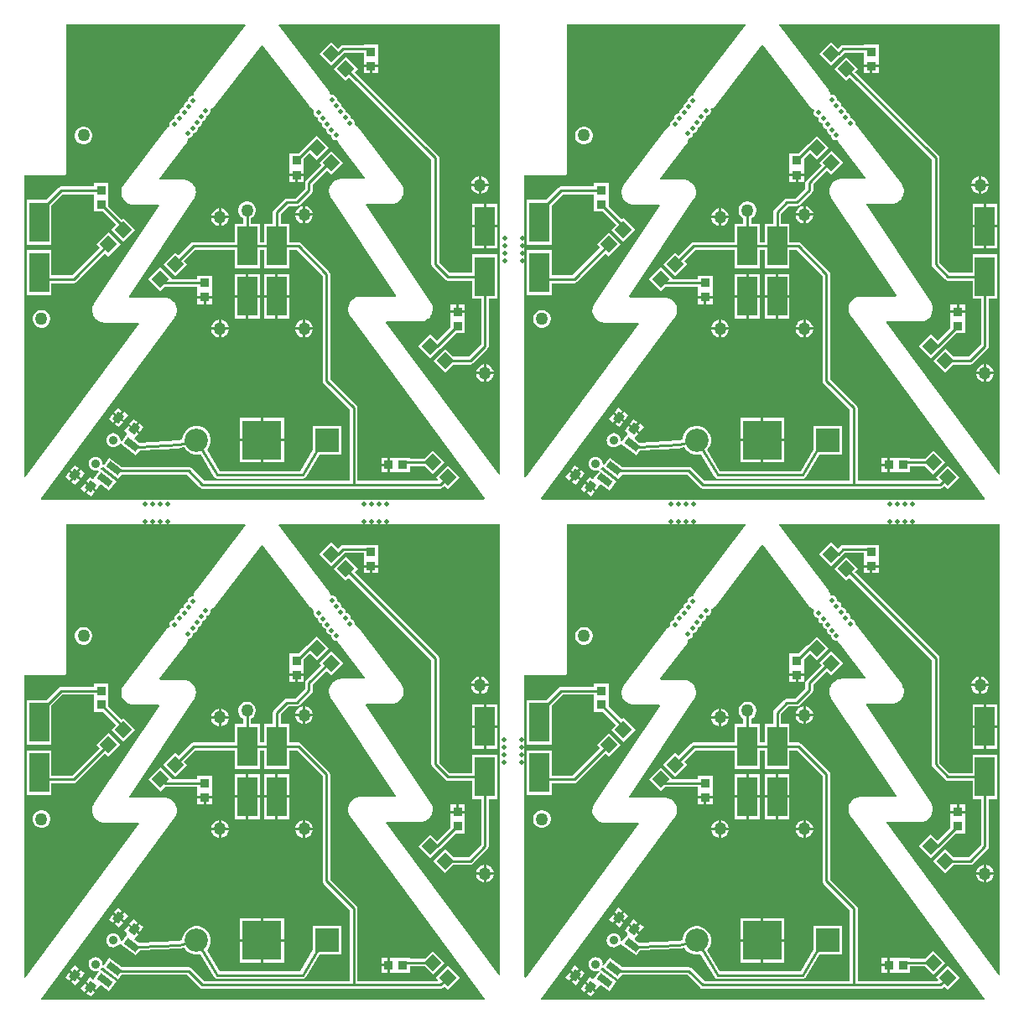
<source format=gtl>
%FSTAX23Y23*%
%MOIN*%
%SFA1B1*%

%IPPOS*%
%AMD11*
4,1,4,0.015300,-0.028700,0.031800,-0.006800,-0.015300,0.028700,-0.031800,0.006800,0.015300,-0.028700,0.0*
%
%AMD12*
4,1,4,0.000700,-0.025100,0.024300,0.006200,-0.000700,0.025100,-0.024300,-0.006200,0.000700,-0.025100,0.0*
%
%AMD15*
4,1,4,0.000000,0.033400,-0.033400,0.000000,0.000000,-0.033400,0.033400,0.000000,0.000000,0.033400,0.0*
%
%AMD16*
4,1,4,-0.033400,0.000000,0.000000,-0.033400,0.033400,0.000000,0.000000,0.033400,-0.033400,0.000000,0.0*
%
%ADD10R,0.155900X0.155900*%
G04~CAMADD=11~9~0.0~0.0~275.6~590.6~0.0~0.0~0~0.0~0.0~0.0~0.0~0~0.0~0.0~0.0~0.0~0~0.0~0.0~0.0~233.0~636.0~573.0*
%ADD11D11*%
G04~CAMADD=12~9~0.0~0.0~393.7~315.0~0.0~0.0~0~0.0~0.0~0.0~0.0~0~0.0~0.0~0.0~0.0~0~0.0~0.0~0.0~233.0~486.0~501.0*
%ADD12D12*%
%ADD13R,0.037880X0.036810*%
%ADD14R,0.078740X0.157480*%
G04~CAMADD=15~10~0.0~472.4~0.0~0.0~0.0~0.0~0~0.0~0.0~0.0~0.0~0~0.0~0.0~0.0~0.0~0~0.0~0.0~0.0~405.0~472.4~0.0*
%ADD15D15*%
G04~CAMADD=16~10~0.0~472.4~0.0~0.0~0.0~0.0~0~0.0~0.0~0.0~0.0~0~0.0~0.0~0.0~0.0~0~0.0~0.0~0.0~135.0~472.4~0.0*
%ADD16D16*%
%ADD17R,0.036810X0.037880*%
%ADD18C,0.010000*%
%ADD19C,0.000000*%
%ADD20C,0.019680*%
%ADD21C,0.092520*%
%ADD22R,0.092520X0.092520*%
%ADD23C,0.035430*%
%ADD24C,0.050000*%
%LNpcb_panel_v3-1*%
%LPD*%
G36*
X04877Y03086D02*
X04873Y03085D01*
X04426Y03691*
X04428Y03695*
X04567*
X04568Y03695*
X04569Y03696*
X0458Y03698*
X04581Y03699*
X04582Y037*
X04591Y03705*
X04592Y03706*
X04593Y03707*
X04601Y03714*
X04602Y03716*
X04602Y03717*
X04608Y03726*
X04608Y03727*
X04608Y03729*
X04611Y03739*
X04611Y0374*
X04611Y03742*
X04611Y03753*
X0461Y03754*
X0461Y03755*
X04607Y03765*
X04606Y03767*
X04606Y03768*
X04603Y03772*
X04345Y04159*
X04347Y04164*
X04451*
X04453Y04164*
X04454Y04164*
X04465Y04167*
X04466Y04168*
X04467Y04168*
X04477Y04174*
X04478Y04175*
X04479Y04176*
X04486Y04184*
X04487Y04185*
X04488Y04186*
X04493Y04196*
X04493Y04198*
X04494Y04199*
X04496Y0421*
X04496Y04211*
X04496Y04212*
X04495Y04223*
X04494Y04225*
X04494Y04226*
X0449Y04236*
X04489Y04238*
X04489Y04239*
X04485Y04243*
X04318Y04463*
X04315Y04468*
X04313Y04469*
X04312Y0447*
X04302Y04477*
X04301Y04477*
X04302Y04479*
Y04487*
X04299Y04494*
X04293Y04499*
X04286Y04502*
X04284*
X04284Y04503*
Y04511*
X04281Y04518*
X04275Y04523*
X04268Y04526*
X04265*
Y04534*
X04262Y04541*
X04256Y04546*
X04249Y04549*
X04248*
Y04557*
X04245Y04564*
X04239Y04569*
X04232Y04572*
X04231*
Y0458*
X04228Y04587*
X04222Y04592*
X04215Y04595*
X04207*
X04204Y046*
X04202Y04604*
X04202Y04605*
X04201Y04606*
X04198Y04612*
X04198Y04612*
X04198Y04613*
X04196Y04615*
X03999Y04873*
X04001Y04877*
X04041*
X04877*
Y03086*
G37*
G36*
X02889D02*
X02885Y03085D01*
X02438Y03691*
X0244Y03695*
X02578*
X0258Y03695*
X02581Y03696*
X02591Y03698*
X02593Y03699*
X02594Y037*
X02603Y03705*
X02604Y03706*
X02605Y03707*
X02613Y03714*
X02613Y03716*
X02614Y03717*
X02619Y03726*
X0262Y03727*
X0262Y03729*
X02623Y03739*
X02623Y0374*
X02623Y03742*
X02622Y03753*
X02622Y03754*
X02622Y03755*
X02619Y03765*
X02618Y03767*
X02617Y03768*
X02614Y03772*
X02356Y04159*
X02359Y04164*
X02463*
X02465Y04164*
X02466Y04164*
X02477Y04167*
X02478Y04168*
X02479Y04168*
X02488Y04174*
X02489Y04175*
X02491Y04176*
X02498Y04184*
X02499Y04185*
X025Y04186*
X02504Y04196*
X02505Y04198*
X02505Y04199*
X02507Y0421*
X02507Y04211*
X02508Y04212*
X02506Y04223*
X02506Y04225*
X02506Y04226*
X02502Y04236*
X02501Y04238*
X025Y04239*
X02497Y04243*
X0233Y04463*
X02326Y04468*
X02325Y04469*
X02324Y0447*
X02314Y04477*
X02313Y04477*
X02314Y04479*
Y04487*
X0231Y04494*
X02305Y04499*
X02298Y04502*
X02296*
X02296Y04503*
Y04511*
X02292Y04518*
X02287Y04523*
X0228Y04526*
X02277*
Y04534*
X02273Y04541*
X02268Y04546*
X02261Y04549*
X0226*
Y04557*
X02256Y04564*
X02251Y04569*
X02244Y04572*
X02243*
Y0458*
X02239Y04587*
X02234Y04592*
X02227Y04595*
X02219*
X02216Y046*
X02214Y04604*
X02214Y04605*
X02213Y04606*
X0221Y04612*
X0221Y04612*
X02209Y04613*
X02207Y04615*
X0201Y04873*
X02013Y04877*
X02053*
X02889*
Y03086*
G37*
G36*
X03867Y04873D02*
X0367Y04615D01*
X03667Y04611*
X03666Y0461*
X03665Y04609*
X03661Y04599*
X03661Y04598*
X03661Y04597*
X0366Y04592*
X03653*
X03646Y04589*
X0364Y04584*
X03637Y04576*
Y04569*
X03636*
X03629Y04566*
X03623Y04561*
X0362Y04553*
Y04546*
X03619*
X03612Y04543*
X03606Y04538*
X03603Y0453*
Y04523*
X036*
X03593Y0452*
X03587Y04515*
X03584Y04507*
Y04499*
X03584Y04499*
X03582*
X03575Y04496*
X03569Y04491*
X03566Y04483*
Y04475*
X03567Y04473*
X03567Y04473*
X03557Y04466*
X03556Y04465*
X03554Y04464*
X03551Y04459*
X03384Y04239*
X0338Y04235*
X0338Y04234*
X03379Y04232*
X03375Y04222*
X03375Y04221*
X03374Y0422*
X03373Y04209*
X03374Y04207*
X03374Y04206*
X03376Y04195*
X03376Y04194*
X03376Y04192*
X03381Y04182*
X03382Y04181*
X03383Y0418*
X0339Y04172*
X03391Y04171*
X03392Y0417*
X03402Y04164*
X03403Y04164*
X03404Y04163*
X03415Y0416*
X03416Y0416*
X03418Y0416*
X03522*
X03525Y04155*
X03267Y03768*
X03264Y03764*
X03263Y03763*
X03262Y03761*
X03259Y03751*
X03259Y0375*
X03259Y03749*
X03258Y03738*
X03258Y03737*
X03258Y03735*
X03261Y03725*
X03261Y03723*
X03262Y03722*
X03267Y03713*
X03267Y03712*
X03268Y03711*
X03276Y03703*
X03277Y03702*
X03278Y03701*
X03287Y03696*
X03288Y03695*
X03289Y03694*
X033Y03692*
X03301Y03692*
X03302Y03691*
X03441*
X03443Y03687*
X02992Y03075*
X02988Y03077*
Y04277*
X03145*
X03149Y04277*
X03152Y0428*
X03155Y04283*
X03155Y04287*
Y04877*
X03865*
X03867Y04873*
G37*
G36*
X01879D02*
X01682Y04615D01*
X01678Y04611*
X01678Y0461*
X01677Y04609*
X01673Y04599*
X01673Y04598*
X01673Y04597*
X01672Y04592*
X01665*
X01658Y04589*
X01652Y04584*
X01649Y04576*
Y04569*
X01648*
X01641Y04566*
X01635Y04561*
X01632Y04553*
Y04546*
X01631*
X01624Y04543*
X01618Y04538*
X01615Y0453*
Y04523*
X01612*
X01605Y0452*
X01599Y04515*
X01596Y04507*
Y04499*
X01596Y04499*
X01594*
X01587Y04496*
X01581Y04491*
X01578Y04483*
Y04475*
X01579Y04473*
X01579Y04473*
X01569Y04466*
X01567Y04465*
X01566Y04464*
X01563Y04459*
X01396Y04239*
X01392Y04235*
X01392Y04234*
X01391Y04232*
X01387Y04222*
X01387Y04221*
X01386Y0422*
X01385Y04209*
X01385Y04207*
X01385Y04206*
X01387Y04195*
X01388Y04194*
X01388Y04192*
X01393Y04182*
X01394Y04181*
X01395Y0418*
X01402Y04172*
X01403Y04171*
X01404Y0417*
X01414Y04164*
X01415Y04164*
X01416Y04163*
X01427Y0416*
X01428Y0416*
X0143Y0416*
X01534*
X01536Y04155*
X01278Y03768*
X01275Y03764*
X01275Y03763*
X01274Y03761*
X01271Y03751*
X01271Y0375*
X0127Y03749*
X0127Y03738*
X0127Y03737*
X0127Y03735*
X01272Y03725*
X01273Y03723*
X01273Y03722*
X01278Y03713*
X01279Y03712*
X0128Y03711*
X01287Y03703*
X01289Y03702*
X0129Y03701*
X01299Y03696*
X013Y03695*
X01301Y03694*
X01312Y03692*
X01313Y03692*
X01314Y03691*
X01452*
X01455Y03687*
X01004Y03075*
X01Y03077*
Y04277*
X01157*
X01161Y04277*
X01164Y0428*
X01166Y04283*
X01167Y04287*
Y04877*
X01876*
X01879Y04873*
G37*
G36*
X04117Y04555D02*
X04121Y0455D01*
X04122Y04549*
X04123Y04548*
X04133Y04541*
X04134Y0454*
X04136Y0454*
X04136Y0454*
X04139Y04534*
X04137Y04529*
Y04522*
X0414Y04514*
X04146Y04509*
X04153Y04506*
X04155*
Y04499*
X04158Y04491*
X04164Y04486*
X04171Y04483*
X04172*
Y04476*
X04175Y04468*
X04181Y04463*
X04188Y0446*
X04189*
Y04453*
X04192Y04445*
X04198Y0444*
X04205Y04437*
X04208*
Y04431*
X04211Y04423*
X04217Y04418*
X04224Y04415*
X04232*
X04234Y04412*
X04237Y04407*
X04237Y04406*
X04237Y04405*
X04239Y04403*
X04342Y04267*
X0434Y04263*
X04245*
X04244Y04263*
X04243*
X04235Y04261*
X04235Y04261*
X04234Y04261*
X04226Y04258*
X04226Y04257*
X04225Y04257*
X04218Y04252*
X04217Y04252*
X04217Y04251*
X04211Y04246*
X04211Y04245*
X0421Y04244*
X04206Y04238*
X04205Y04237*
X04205Y04236*
X04202Y04229*
X04201Y04228*
X04201Y04227*
X042Y04219*
Y04218*
X04199Y04217*
Y0421*
X042Y0421*
X04199Y04209*
X042Y04203*
X04201Y04202*
X04201Y04202*
X04202Y04196*
X04203Y04195*
X04203Y04195*
X04205Y04189*
X04206Y04189*
X04206Y04188*
X04208Y04186*
X04466Y03799*
X04463Y03794*
X04321*
X0432Y03794*
X04319*
X04311Y03793*
X0431Y03792*
X04309Y03792*
X04302Y03789*
X04301Y03789*
X043Y03788*
X04294Y03784*
X04293Y03783*
X04292Y03783*
X04287Y03777*
X04286Y03776*
X04286Y03776*
X04281Y03769*
X04281Y03768*
X0428Y03767*
X04277Y0376*
X04277Y03759*
X04277Y03758*
X04275Y03751*
Y0375*
X04275Y03749*
Y03742*
X04275Y03741*
X04275Y0374*
X04276Y03734*
X04277Y03733*
X04277Y03732*
X04279Y03726*
X04279Y03726*
X04279Y03725*
X04282Y03719*
X04283Y03719*
X04283Y03718*
X04285Y03715*
X04818Y02992*
X04816Y02988*
X03056*
X03054Y02992*
X03584Y03711*
X03586Y03714*
X03586Y03715*
X03587Y03715*
X0359Y03721*
X0359Y03722*
X0359Y03722*
X03592Y03728*
X03592Y03729*
X03593Y0373*
X03594Y03736*
X03594Y03737*
X03594Y03738*
Y03745*
X03594Y03746*
Y03747*
X03592Y03754*
X03592Y03755*
X03592Y03756*
X03589Y03763*
X03588Y03764*
X03588Y03765*
X03583Y03772*
X03583Y03772*
X03582Y03773*
X03577Y03779*
X03576Y03779*
X03575Y0378*
X03569Y03784*
X03568Y03785*
X03567Y03785*
X0356Y03788*
X03559Y03788*
X03558Y03789*
X0355Y0379*
X03549*
X03548Y0379*
X03406*
X03403Y03795*
X03661Y04182*
X03663Y04184*
X03663Y04185*
X03664Y04186*
X03666Y04191*
X03666Y04192*
X03667Y04192*
X03668Y04198*
X03668Y04198*
X03669Y04199*
X0367Y04205*
X0367Y04206*
X0367Y04206*
Y04213*
X0367Y04214*
Y04215*
X03668Y04223*
X03668Y04224*
X03667Y04225*
X03664Y04232*
X03664Y04233*
X03664Y04234*
X03659Y0424*
X03658Y04241*
X03658Y04242*
X03652Y04247*
X03652Y04248*
X03651Y04248*
X03644Y04253*
X03644Y04253*
X03643Y04254*
X03636Y04257*
X03635Y04257*
X03634Y04257*
X03626Y04259*
X03625*
X03624Y04259*
X03529*
X03527Y04263*
X0363Y04399*
X03632Y04401*
X03632Y04402*
X03633Y04403*
X03636Y04408*
X03636Y04409*
X03636Y0441*
X03638Y04416*
X03638Y04417*
X03639Y04418*
X03639Y04422*
X03642*
X03649Y04425*
X03655Y04431*
X03658Y04438*
Y04444*
X03661*
X03668Y04447*
X03674Y04453*
X03677Y0446*
Y04467*
X03678*
X03685Y0447*
X03691Y04476*
X03694Y04483*
Y0449*
X03695*
X03702Y04493*
X03708Y04499*
X03711Y04506*
Y04513*
X03713*
X0372Y04516*
X03726Y04522*
X03729Y04529*
Y04537*
X03728Y04539*
X03733Y04542*
X03734Y04542*
X03735Y04543*
X03744Y04549*
X03744Y0455*
X03745Y04551*
X03749Y04555*
X0393Y04793*
X03935*
X04117Y04555*
G37*
G36*
X02129D02*
X02132Y0455D01*
X02134Y04549*
X02135Y04548*
X02145Y04541*
X02146Y0454*
X02148Y0454*
X02148Y0454*
X02151Y04534*
X02149Y04529*
Y04522*
X02152Y04514*
X02157Y04509*
X02165Y04506*
X02167*
Y04499*
X0217Y04491*
X02175Y04486*
X02183Y04483*
X02184*
Y04476*
X02187Y04468*
X02192Y04463*
X022Y0446*
X02201*
Y04453*
X02204Y04445*
X02209Y0444*
X02217Y04437*
X0222*
Y04431*
X02223Y04423*
X02228Y04418*
X02236Y04415*
X02244*
X02245Y04412*
X02248Y04407*
X02249Y04406*
X02249Y04405*
X02251Y04403*
X02354Y04267*
X02352Y04263*
X02257*
X02256Y04263*
X02255*
X02247Y04261*
X02246Y04261*
X02245Y04261*
X02238Y04258*
X02237Y04257*
X02236Y04257*
X0223Y04252*
X02229Y04252*
X02228Y04251*
X02223Y04246*
X02222Y04245*
X02222Y04244*
X02217Y04238*
X02217Y04237*
X02216Y04236*
X02213Y04229*
X02213Y04228*
X02213Y04227*
X02211Y04219*
Y04218*
X02211Y04217*
Y0421*
X02211Y0421*
X02211Y04209*
X02212Y04203*
X02212Y04202*
X02212Y04202*
X02214Y04196*
X02215Y04195*
X02215Y04195*
X02217Y04189*
X02218Y04189*
X02218Y04188*
X0222Y04186*
X02478Y03799*
X02475Y03794*
X02333*
X02332Y03794*
X02331*
X02323Y03793*
X02322Y03792*
X02321Y03792*
X02314Y03789*
X02313Y03789*
X02312Y03788*
X02306Y03784*
X02305Y03783*
X02304Y03783*
X02299Y03777*
X02298Y03776*
X02298Y03776*
X02293Y03769*
X02293Y03768*
X02292Y03767*
X02289Y0376*
X02289Y03759*
X02289Y03758*
X02287Y03751*
Y0375*
X02287Y03749*
Y03742*
X02287Y03741*
X02287Y0374*
X02288Y03734*
X02288Y03733*
X02289Y03732*
X0229Y03726*
X02291Y03726*
X02291Y03725*
X02294Y03719*
X02294Y03719*
X02295Y03718*
X02297Y03715*
X0283Y02992*
X02827Y02988*
X01068*
X01066Y02992*
X01596Y03711*
X01598Y03714*
X01598Y03715*
X01599Y03715*
X01602Y03721*
X01602Y03722*
X01602Y03722*
X01604Y03728*
X01604Y03729*
X01605Y0373*
X01606Y03736*
X01606Y03737*
X01606Y03738*
Y03745*
X01606Y03746*
Y03747*
X01604Y03754*
X01604Y03755*
X01603Y03756*
X016Y03763*
X016Y03764*
X01599Y03765*
X01595Y03772*
X01594Y03772*
X01594Y03773*
X01588Y03779*
X01588Y03779*
X01587Y0378*
X0158Y03784*
X0158Y03785*
X01579Y03785*
X01572Y03788*
X01571Y03788*
X0157Y03789*
X01562Y0379*
X01561*
X0156Y0379*
X01418*
X01415Y03795*
X01673Y04182*
X01675Y04184*
X01675Y04185*
X01676Y04186*
X01678Y04191*
X01678Y04192*
X01679Y04192*
X0168Y04198*
X0168Y04198*
X01681Y04199*
X01681Y04205*
X01681Y04206*
X01682Y04206*
Y04213*
X01681Y04214*
Y04215*
X0168Y04223*
X01679Y04224*
X01679Y04225*
X01676Y04232*
X01676Y04233*
X01675Y04234*
X01671Y0424*
X0167Y04241*
X0167Y04242*
X01664Y04247*
X01663Y04248*
X01663Y04248*
X01656Y04253*
X01655Y04253*
X01654Y04254*
X01647Y04257*
X01646Y04257*
X01645Y04257*
X01638Y04259*
X01637*
X01636Y04259*
X01541*
X01538Y04263*
X01641Y04399*
X01643Y04401*
X01644Y04402*
X01644Y04403*
X01647Y04408*
X01648Y04409*
X01648Y0441*
X0165Y04416*
X0165Y04417*
X0165Y04418*
X01651Y04422*
X01654*
X01661Y04425*
X01667Y04431*
X0167Y04438*
Y04444*
X01673*
X0168Y04447*
X01686Y04453*
X01689Y0446*
Y04467*
X0169*
X01697Y0447*
X01703Y04476*
X01706Y04483*
Y0449*
X01707*
X01714Y04493*
X0172Y04499*
X01723Y04506*
Y04513*
X01725*
X01732Y04516*
X01738Y04522*
X01741Y04529*
Y04537*
X0174Y04539*
X01745Y04542*
X01746Y04542*
X01747Y04543*
X01755Y04549*
X01756Y0455*
X01757Y04551*
X0176Y04555*
X01942Y04793*
X01947*
X02129Y04555*
G37*
G36*
X04877Y01098D02*
X04873Y01097D01*
X04426Y01703*
X04428Y01707*
X04567*
X04568Y01707*
X04569Y01707*
X0458Y0171*
X04581Y01711*
X04582Y01711*
X04591Y01717*
X04592Y01718*
X04593Y01719*
X04601Y01726*
X04602Y01727*
X04602Y01728*
X04608Y01738*
X04608Y01739*
X04608Y0174*
X04611Y01751*
X04611Y01752*
X04611Y01754*
X04611Y01764*
X0461Y01766*
X0461Y01767*
X04607Y01777*
X04606Y01778*
X04606Y0178*
X04603Y01784*
X04345Y02171*
X04347Y02175*
X04451*
X04453Y02176*
X04454Y02176*
X04465Y02179*
X04466Y0218*
X04467Y0218*
X04477Y02186*
X04478Y02187*
X04479Y02188*
X04486Y02196*
X04487Y02197*
X04488Y02198*
X04493Y02208*
X04493Y02209*
X04494Y02211*
X04496Y02221*
X04496Y02223*
X04496Y02224*
X04495Y02235*
X04494Y02237*
X04494Y02238*
X0449Y02248*
X04489Y02249*
X04489Y02251*
X04485Y02255*
X04318Y02475*
X04315Y0248*
X04313Y02481*
X04312Y02482*
X04302Y02489*
X04301Y02489*
X04302Y02491*
Y02498*
X04299Y02506*
X04293Y02511*
X04286Y02514*
X04284*
X04284Y02515*
Y02522*
X04281Y0253*
X04275Y02535*
X04268Y02538*
X04265*
Y02545*
X04262Y02553*
X04256Y02558*
X04249Y02561*
X04248*
Y02568*
X04245Y02576*
X04239Y02581*
X04232Y02584*
X04231*
Y02591*
X04228Y02599*
X04222Y02604*
X04215Y02607*
X04207*
X04204Y02611*
X04202Y02616*
X04202Y02617*
X04201Y02618*
X04198Y02623*
X04198Y02624*
X04198Y02625*
X04196Y02627*
X03999Y02885*
X04001Y02889*
X04041*
X04877*
Y01098*
G37*
G36*
X02889D02*
X02885Y01097D01*
X02438Y01703*
X0244Y01707*
X02578*
X0258Y01707*
X02581Y01707*
X02591Y0171*
X02593Y01711*
X02594Y01711*
X02603Y01717*
X02604Y01718*
X02605Y01719*
X02613Y01726*
X02613Y01727*
X02614Y01728*
X02619Y01738*
X0262Y01739*
X0262Y0174*
X02623Y01751*
X02623Y01752*
X02623Y01754*
X02622Y01764*
X02622Y01766*
X02622Y01767*
X02619Y01777*
X02618Y01778*
X02617Y0178*
X02614Y01784*
X02356Y02171*
X02359Y02175*
X02463*
X02465Y02176*
X02466Y02176*
X02477Y02179*
X02478Y0218*
X02479Y0218*
X02488Y02186*
X02489Y02187*
X02491Y02188*
X02498Y02196*
X02499Y02197*
X025Y02198*
X02504Y02208*
X02505Y02209*
X02505Y02211*
X02507Y02221*
X02507Y02223*
X02508Y02224*
X02506Y02235*
X02506Y02237*
X02506Y02238*
X02502Y02248*
X02501Y02249*
X025Y02251*
X02497Y02255*
X0233Y02475*
X02326Y0248*
X02325Y02481*
X02324Y02482*
X02314Y02489*
X02313Y02489*
X02314Y02491*
Y02498*
X0231Y02506*
X02305Y02511*
X02298Y02514*
X02296*
X02296Y02515*
Y02522*
X02292Y0253*
X02287Y02535*
X0228Y02538*
X02277*
Y02545*
X02273Y02553*
X02268Y02558*
X02261Y02561*
X0226*
Y02568*
X02256Y02576*
X02251Y02581*
X02244Y02584*
X02243*
Y02591*
X02239Y02599*
X02234Y02604*
X02227Y02607*
X02219*
X02216Y02611*
X02214Y02616*
X02214Y02617*
X02213Y02618*
X0221Y02623*
X0221Y02624*
X02209Y02625*
X02207Y02627*
X0201Y02885*
X02013Y02889*
X02053*
X02889*
Y01098*
G37*
G36*
X03867Y02885D02*
X0367Y02627D01*
X03667Y02623*
X03666Y02622*
X03665Y02621*
X03661Y02611*
X03661Y0261*
X03661Y02609*
X0366Y02604*
X03653*
X03646Y02601*
X0364Y02595*
X03637Y02588*
Y02581*
X03636*
X03629Y02578*
X03623Y02572*
X0362Y02565*
Y02558*
X03619*
X03612Y02555*
X03606Y02549*
X03603Y02542*
Y02535*
X036*
X03593Y02532*
X03587Y02526*
X03584Y02519*
Y02511*
X03584Y02511*
X03582*
X03575Y02508*
X03569Y02502*
X03566Y02495*
Y02487*
X03567Y02485*
X03567Y02485*
X03557Y02478*
X03556Y02477*
X03554Y02476*
X03551Y02471*
X03384Y02251*
X0338Y02247*
X0338Y02246*
X03379Y02244*
X03375Y02234*
X03375Y02233*
X03374Y02231*
X03373Y0222*
X03374Y02219*
X03374Y02218*
X03376Y02207*
X03376Y02205*
X03376Y02204*
X03381Y02194*
X03382Y02193*
X03383Y02192*
X0339Y02184*
X03391Y02183*
X03392Y02182*
X03402Y02176*
X03403Y02176*
X03404Y02175*
X03415Y02172*
X03416Y02172*
X03418Y02172*
X03522*
X03525Y02167*
X03267Y0178*
X03264Y01776*
X03263Y01774*
X03262Y01773*
X03259Y01763*
X03259Y01762*
X03259Y0176*
X03258Y0175*
X03258Y01748*
X03258Y01747*
X03261Y01737*
X03261Y01735*
X03262Y01734*
X03267Y01725*
X03267Y01723*
X03268Y01722*
X03276Y01715*
X03277Y01714*
X03278Y01713*
X03287Y01707*
X03288Y01707*
X03289Y01706*
X033Y01703*
X03301Y01703*
X03302Y01703*
X03441*
X03443Y01699*
X02992Y01087*
X02988Y01089*
Y02289*
X03145*
X03149Y02289*
X03152Y02292*
X03155Y02295*
X03155Y02299*
Y02889*
X03865*
X03867Y02885*
G37*
G36*
X01879D02*
X01682Y02627D01*
X01678Y02623*
X01678Y02622*
X01677Y02621*
X01673Y02611*
X01673Y0261*
X01673Y02609*
X01672Y02604*
X01665*
X01658Y02601*
X01652Y02595*
X01649Y02588*
Y02581*
X01648*
X01641Y02578*
X01635Y02572*
X01632Y02565*
Y02558*
X01631*
X01624Y02555*
X01618Y02549*
X01615Y02542*
Y02535*
X01612*
X01605Y02532*
X01599Y02526*
X01596Y02519*
Y02511*
X01596Y02511*
X01594*
X01587Y02508*
X01581Y02502*
X01578Y02495*
Y02487*
X01579Y02485*
X01579Y02485*
X01569Y02478*
X01567Y02477*
X01566Y02476*
X01563Y02471*
X01396Y02251*
X01392Y02247*
X01392Y02246*
X01391Y02244*
X01387Y02234*
X01387Y02233*
X01386Y02231*
X01385Y0222*
X01385Y02219*
X01385Y02218*
X01387Y02207*
X01388Y02205*
X01388Y02204*
X01393Y02194*
X01394Y02193*
X01395Y02192*
X01402Y02184*
X01403Y02183*
X01404Y02182*
X01414Y02176*
X01415Y02176*
X01416Y02175*
X01427Y02172*
X01428Y02172*
X0143Y02172*
X01534*
X01536Y02167*
X01278Y0178*
X01275Y01776*
X01275Y01774*
X01274Y01773*
X01271Y01763*
X01271Y01762*
X0127Y0176*
X0127Y0175*
X0127Y01748*
X0127Y01747*
X01272Y01737*
X01273Y01735*
X01273Y01734*
X01278Y01725*
X01279Y01723*
X0128Y01722*
X01287Y01715*
X01289Y01714*
X0129Y01713*
X01299Y01707*
X013Y01707*
X01301Y01706*
X01312Y01703*
X01313Y01703*
X01314Y01703*
X01452*
X01455Y01699*
X01004Y01087*
X01Y01089*
Y02289*
X01157*
X01161Y02289*
X01164Y02292*
X01166Y02295*
X01167Y02299*
Y02889*
X01876*
X01879Y02885*
G37*
G36*
X04117Y02567D02*
X04121Y02562D01*
X04122Y02561*
X04123Y0256*
X04133Y02553*
X04134Y02552*
X04136Y02552*
X04136Y02551*
X04139Y02545*
X04137Y02541*
Y02533*
X0414Y02526*
X04146Y02521*
X04153Y02518*
X04155*
Y0251*
X04158Y02503*
X04164Y02498*
X04171Y02495*
X04172*
Y02487*
X04175Y0248*
X04181Y02475*
X04188Y02472*
X04189*
Y02464*
X04192Y02457*
X04198Y02452*
X04205Y02449*
X04208*
Y02442*
X04211Y02435*
X04217Y0243*
X04224Y02427*
X04232*
X04234Y02424*
X04237Y02419*
X04237Y02418*
X04237Y02417*
X04239Y02415*
X04342Y02279*
X0434Y02275*
X04245*
X04244Y02274*
X04243*
X04235Y02273*
X04235Y02273*
X04234Y02272*
X04226Y02269*
X04226Y02269*
X04225Y02268*
X04218Y02264*
X04217Y02263*
X04217Y02263*
X04211Y02257*
X04211Y02257*
X0421Y02256*
X04206Y02249*
X04205Y02248*
X04205Y02248*
X04202Y0224*
X04201Y02239*
X04201Y02239*
X042Y02231*
Y0223*
X04199Y02229*
Y02222*
X042Y02221*
X04199Y02221*
X042Y02215*
X04201Y02214*
X04201Y02213*
X04202Y02208*
X04203Y02207*
X04203Y02207*
X04205Y02201*
X04206Y02201*
X04206Y022*
X04208Y02198*
X04466Y01811*
X04463Y01806*
X04321*
X0432Y01806*
X04319*
X04311Y01804*
X0431Y01804*
X04309Y01804*
X04302Y01801*
X04301Y018*
X043Y018*
X04294Y01796*
X04293Y01795*
X04292Y01794*
X04287Y01789*
X04286Y01788*
X04286Y01787*
X04281Y01781*
X04281Y0178*
X0428Y01779*
X04277Y01772*
X04277Y01771*
X04277Y0177*
X04275Y01762*
Y01761*
X04275Y0176*
Y01753*
X04275Y01753*
X04275Y01752*
X04276Y01746*
X04277Y01745*
X04277Y01744*
X04279Y01738*
X04279Y01737*
X04279Y01737*
X04282Y01731*
X04283Y0173*
X04283Y0173*
X04285Y01727*
X04818Y01004*
X04816Y01*
X03056*
X03054Y01004*
X03584Y01723*
X03586Y01726*
X03586Y01726*
X03587Y01727*
X0359Y01733*
X0359Y01733*
X0359Y01734*
X03592Y0174*
X03592Y01741*
X03593Y01742*
X03594Y01748*
X03594Y01749*
X03594Y0175*
Y01757*
X03594Y01758*
Y01759*
X03592Y01766*
X03592Y01767*
X03592Y01768*
X03589Y01775*
X03588Y01776*
X03588Y01777*
X03583Y01783*
X03583Y01784*
X03582Y01785*
X03577Y0179*
X03576Y01791*
X03575Y01792*
X03569Y01796*
X03568Y01796*
X03567Y01797*
X0356Y018*
X03559Y018*
X03558Y01801*
X0355Y01802*
X03549*
X03548Y01802*
X03406*
X03403Y01807*
X03661Y02194*
X03663Y02196*
X03663Y02197*
X03664Y02197*
X03666Y02203*
X03666Y02203*
X03667Y02204*
X03668Y0221*
X03668Y0221*
X03669Y02211*
X0367Y02217*
X0367Y02217*
X0367Y02218*
Y02225*
X0367Y02226*
Y02227*
X03668Y02235*
X03668Y02236*
X03667Y02237*
X03664Y02244*
X03664Y02245*
X03664Y02245*
X03659Y02252*
X03658Y02253*
X03658Y02253*
X03652Y02259*
X03652Y02259*
X03651Y0226*
X03644Y02265*
X03644Y02265*
X03643Y02265*
X03636Y02268*
X03635Y02269*
X03634Y02269*
X03626Y02271*
X03625*
X03624Y02271*
X03529*
X03527Y02275*
X0363Y02411*
X03632Y02413*
X03632Y02414*
X03633Y02415*
X03636Y0242*
X03636Y02421*
X03636Y02422*
X03638Y02428*
X03638Y02429*
X03639Y02429*
X03639Y02434*
X03642*
X03649Y02437*
X03655Y02443*
X03658Y0245*
Y02456*
X03661*
X03668Y02459*
X03674Y02465*
X03677Y02472*
Y02479*
X03678*
X03685Y02482*
X03691Y02488*
X03694Y02495*
Y02502*
X03695*
X03702Y02505*
X03708Y02511*
X03711Y02518*
Y02525*
X03713*
X0372Y02528*
X03726Y02534*
X03729Y02541*
Y02549*
X03728Y02551*
X03733Y02553*
X03734Y02554*
X03735Y02555*
X03744Y02561*
X03744Y02562*
X03745Y02563*
X03749Y02567*
X0393Y02805*
X03935*
X04117Y02567*
G37*
G36*
X02129D02*
X02132Y02562D01*
X02134Y02561*
X02135Y0256*
X02145Y02553*
X02146Y02552*
X02148Y02552*
X02148Y02551*
X02151Y02545*
X02149Y02541*
Y02533*
X02152Y02526*
X02157Y02521*
X02165Y02518*
X02167*
Y0251*
X0217Y02503*
X02175Y02498*
X02183Y02495*
X02184*
Y02487*
X02187Y0248*
X02192Y02475*
X022Y02472*
X02201*
Y02464*
X02204Y02457*
X02209Y02452*
X02217Y02449*
X0222*
Y02442*
X02223Y02435*
X02228Y0243*
X02236Y02427*
X02244*
X02245Y02424*
X02248Y02419*
X02249Y02418*
X02249Y02417*
X02251Y02415*
X02354Y02279*
X02352Y02275*
X02257*
X02256Y02274*
X02255*
X02247Y02273*
X02246Y02273*
X02245Y02272*
X02238Y02269*
X02237Y02269*
X02236Y02268*
X0223Y02264*
X02229Y02263*
X02228Y02263*
X02223Y02257*
X02222Y02257*
X02222Y02256*
X02217Y02249*
X02217Y02248*
X02216Y02248*
X02213Y0224*
X02213Y02239*
X02213Y02239*
X02211Y02231*
Y0223*
X02211Y02229*
Y02222*
X02211Y02221*
X02211Y02221*
X02212Y02215*
X02212Y02214*
X02212Y02213*
X02214Y02208*
X02215Y02207*
X02215Y02207*
X02217Y02201*
X02218Y02201*
X02218Y022*
X0222Y02198*
X02478Y01811*
X02475Y01806*
X02333*
X02332Y01806*
X02331*
X02323Y01804*
X02322Y01804*
X02321Y01804*
X02314Y01801*
X02313Y018*
X02312Y018*
X02306Y01796*
X02305Y01795*
X02304Y01794*
X02299Y01789*
X02298Y01788*
X02298Y01787*
X02293Y01781*
X02293Y0178*
X02292Y01779*
X02289Y01772*
X02289Y01771*
X02289Y0177*
X02287Y01762*
Y01761*
X02287Y0176*
Y01753*
X02287Y01753*
X02287Y01752*
X02288Y01746*
X02288Y01745*
X02289Y01744*
X0229Y01738*
X02291Y01737*
X02291Y01737*
X02294Y01731*
X02294Y0173*
X02295Y0173*
X02297Y01727*
X0283Y01004*
X02827Y01*
X01068*
X01066Y01004*
X01596Y01723*
X01598Y01726*
X01598Y01726*
X01599Y01727*
X01602Y01733*
X01602Y01733*
X01602Y01734*
X01604Y0174*
X01604Y01741*
X01605Y01742*
X01606Y01748*
X01606Y01749*
X01606Y0175*
Y01757*
X01606Y01758*
Y01759*
X01604Y01766*
X01604Y01767*
X01603Y01768*
X016Y01775*
X016Y01776*
X01599Y01777*
X01595Y01783*
X01594Y01784*
X01594Y01785*
X01588Y0179*
X01588Y01791*
X01587Y01792*
X0158Y01796*
X0158Y01796*
X01579Y01797*
X01572Y018*
X01571Y018*
X0157Y01801*
X01562Y01802*
X01561*
X0156Y01802*
X01418*
X01415Y01807*
X01673Y02194*
X01675Y02196*
X01675Y02197*
X01676Y02197*
X01678Y02203*
X01678Y02203*
X01679Y02204*
X0168Y0221*
X0168Y0221*
X01681Y02211*
X01681Y02217*
X01681Y02217*
X01682Y02218*
Y02225*
X01681Y02226*
Y02227*
X0168Y02235*
X01679Y02236*
X01679Y02237*
X01676Y02244*
X01676Y02245*
X01675Y02245*
X01671Y02252*
X0167Y02253*
X0167Y02253*
X01664Y02259*
X01663Y02259*
X01663Y0226*
X01656Y02265*
X01655Y02265*
X01654Y02265*
X01647Y02268*
X01646Y02269*
X01645Y02269*
X01638Y02271*
X01637*
X01636Y02271*
X01541*
X01538Y02275*
X01641Y02411*
X01643Y02413*
X01644Y02414*
X01644Y02415*
X01647Y0242*
X01648Y02421*
X01648Y02422*
X0165Y02428*
X0165Y02429*
X0165Y02429*
X01651Y02434*
X01654*
X01661Y02437*
X01667Y02443*
X0167Y0245*
Y02456*
X01673*
X0168Y02459*
X01686Y02465*
X01689Y02472*
Y02479*
X0169*
X01697Y02482*
X01703Y02488*
X01706Y02495*
Y02502*
X01707*
X01714Y02505*
X0172Y02511*
X01723Y02518*
Y02525*
X01725*
X01732Y02528*
X01738Y02534*
X01741Y02541*
Y02549*
X0174Y02551*
X01745Y02553*
X01746Y02554*
X01747Y02555*
X01755Y02561*
X01756Y02562*
X01757Y02563*
X0176Y02567*
X01942Y02805*
X01947*
X02129Y02567*
G37*
%LNpcb_panel_v3-2*%
%LPC*%
G36*
X04208Y04807D02*
X04161Y04759D01*
X04208Y04712*
X04244Y04748*
X04245Y04749*
X0426Y04763*
X04337*
Y04739*
Y04716*
X04366*
X04395*
Y04739*
Y04796*
X04337*
Y04794*
X04254*
X04248Y04793*
X04243Y0479*
X04234Y04781*
X04208Y04807*
G37*
G36*
X04395Y04706D02*
X04371D01*
Y04683*
X04395*
Y04706*
G37*
G36*
X04361D02*
X04337D01*
Y04683*
X04361*
Y04706*
G37*
G36*
X04804Y04273D02*
Y04243D01*
X04834*
X04831Y04251*
X04827Y04259*
X0482Y04266*
X04812Y0427*
X04804Y04273*
G37*
G36*
X04794D02*
X04785Y0427D01*
X04777Y04266*
X04771Y04259*
X04766Y04251*
X04764Y04243*
X04794*
Y04273*
G37*
G36*
X04834Y04233D02*
X04804D01*
Y04203*
X04812Y04205*
X0482Y0421*
X04827Y04216*
X04831Y04224*
X04834Y04233*
G37*
G36*
X04794D02*
X04764D01*
X04766Y04224*
X04771Y04216*
X04777Y0421*
X04785Y04205*
X04794Y04203*
Y04233*
G37*
G36*
X04868Y04162D02*
X04823D01*
Y04079*
X04868*
Y04162*
G37*
G36*
X04813D02*
X04769D01*
Y04079*
X04813*
Y04162*
G37*
G36*
X04868Y04069D02*
X04823D01*
Y03985*
X04868*
Y04069*
G37*
G36*
X04813D02*
X04769D01*
Y03985*
X04813*
Y04069*
G37*
G36*
X04739Y03763D02*
X04715D01*
Y03739*
X04739*
Y03763*
G37*
G36*
X04705D02*
X04681D01*
Y03739*
X04705*
Y03763*
G37*
G36*
X04739Y03729D02*
X0471D01*
X04681*
Y03706*
Y03671*
X04629Y03619*
X04602Y03645*
X04554Y03598*
X04602Y0355*
X04635Y03584*
X04635Y03584*
X0464Y03587*
X04703Y0365*
X04739*
Y03706*
Y03729*
G37*
G36*
X04267Y04748D02*
X04219Y04701D01*
X04267Y04653*
X0428Y04666*
X04606Y0434*
Y03923*
X04607Y03917*
X04611Y03912*
X0466Y03863*
X04665Y03859*
X04671Y03858*
X04769*
Y03785*
X04803*
Y03604*
X04754Y03555*
X04693*
X0466Y03587*
X04613Y03539*
X0466Y03492*
X04693Y03524*
X0476*
X04766Y03525*
X04771Y03529*
X04829Y03587*
X04833Y03592*
X04834Y03598*
Y03785*
X04868*
Y03962*
X04769*
Y03889*
X04677*
X04637Y03929*
Y04346*
X04636Y04352*
X04632Y04357*
X04301Y04688*
X04314Y04701*
X04267Y04748*
G37*
G36*
X04823Y03525D02*
Y03495D01*
X04853*
X04851Y03503*
X04846Y03511*
X0484Y03518*
X04832Y03522*
X04823Y03525*
G37*
G36*
X04813D02*
X04805Y03522D01*
X04797Y03518*
X0479Y03511*
X04786Y03503*
X04784Y03495*
X04813*
Y03525*
G37*
G36*
X04853Y03485D02*
X04823D01*
Y03455*
X04832Y03457*
X0484Y03462*
X04846Y03468*
X04851Y03476*
X04853Y03485*
G37*
G36*
X04813D02*
X04784D01*
X04786Y03476*
X0479Y03468*
X04797Y03462*
X04805Y03457*
X04813Y03455*
Y03485*
G37*
G36*
X0222Y04807D02*
X02172Y04759D01*
X0222Y04712*
X02256Y04748*
X02257Y04749*
X02272Y04763*
X02349*
Y04739*
Y04716*
X02377*
X02406*
Y04739*
Y04796*
X02349*
Y04794*
X02266*
X0226Y04793*
X02255Y0479*
X02246Y04781*
X0222Y04807*
G37*
G36*
X02406Y04706D02*
X02382D01*
Y04683*
X02406*
Y04706*
G37*
G36*
X02372D02*
X02349D01*
Y04683*
X02372*
Y04706*
G37*
G36*
X02816Y04273D02*
Y04243D01*
X02845*
X02843Y04251*
X02839Y04259*
X02832Y04266*
X02824Y0427*
X02816Y04273*
G37*
G36*
X02806D02*
X02797Y0427D01*
X02789Y04266*
X02783Y04259*
X02778Y04251*
X02776Y04243*
X02806*
Y04273*
G37*
G36*
X02845Y04233D02*
X02816D01*
Y04203*
X02824Y04205*
X02832Y0421*
X02839Y04216*
X02843Y04224*
X02845Y04233*
G37*
G36*
X02806D02*
X02776D01*
X02778Y04224*
X02783Y04216*
X02789Y0421*
X02797Y04205*
X02806Y04203*
Y04233*
G37*
G36*
X0288Y04162D02*
X02835D01*
Y04079*
X0288*
Y04162*
G37*
G36*
X02825D02*
X02781D01*
Y04079*
X02825*
Y04162*
G37*
G36*
X0288Y04069D02*
X02835D01*
Y03985*
X0288*
Y04069*
G37*
G36*
X02825D02*
X02781D01*
Y03985*
X02825*
Y04069*
G37*
G36*
X02751Y03763D02*
X02727D01*
Y03739*
X02751*
Y03763*
G37*
G36*
X02717D02*
X02693D01*
Y03739*
X02717*
Y03763*
G37*
G36*
X02751Y03729D02*
X02722D01*
X02693*
Y03706*
Y03671*
X0264Y03619*
X02614Y03645*
X02566Y03598*
X02614Y0355*
X02647Y03584*
X02647Y03584*
X02652Y03587*
X02715Y0365*
X02751*
Y03706*
Y03729*
G37*
G36*
X02278Y04748D02*
X02231Y04701D01*
X02278Y04653*
X02291Y04666*
X02618Y0434*
Y03923*
X02619Y03917*
X02623Y03912*
X02672Y03863*
X02677Y03859*
X02683Y03858*
X02781*
Y03785*
X02815*
Y03604*
X02765Y03555*
X02704*
X02672Y03587*
X02625Y03539*
X02672Y03492*
X02704Y03524*
X02772*
X02778Y03525*
X02783Y03529*
X02841Y03587*
X02844Y03592*
X02846Y03598*
Y03785*
X0288*
Y03962*
X02781*
Y03889*
X02689*
X02649Y03929*
Y04346*
X02647Y04352*
X02644Y04357*
X02313Y04688*
X02326Y04701*
X02278Y04748*
G37*
G36*
X02835Y03525D02*
Y03495D01*
X02865*
X02863Y03503*
X02858Y03511*
X02852Y03518*
X02844Y03522*
X02835Y03525*
G37*
G36*
X02825D02*
X02817Y03522D01*
X02809Y03518*
X02802Y03511*
X02798Y03503*
X02795Y03495*
X02825*
Y03525*
G37*
G36*
X02865Y03485D02*
X02835D01*
Y03455*
X02844Y03457*
X02852Y03462*
X02858Y03468*
X02863Y03476*
X02865Y03485*
G37*
G36*
X02825D02*
X02795D01*
X02798Y03476*
X02802Y03468*
X02809Y03462*
X02817Y03457*
X02825Y03455*
Y03485*
G37*
G36*
X03229Y0447D02*
X03219D01*
X0321Y04467*
X03202Y04463*
X03196Y04456*
X03191Y04448*
X03189Y04439*
Y0443*
X03191Y04421*
X03196Y04413*
X03202Y04407*
X0321Y04402*
X03219Y044*
X03229*
X03237Y04402*
X03245Y04407*
X03252Y04413*
X03257Y04421*
X03259Y0443*
Y04439*
X03257Y04448*
X03252Y04456*
X03245Y04463*
X03237Y04467*
X03229Y0447*
G37*
G36*
X03322Y04245D02*
X03264D01*
Y04232*
X03134*
X03128Y04231*
X03123Y04227*
X03074Y04179*
X02997*
Y04001*
X03096*
Y04157*
X0314Y04201*
X03264*
Y04188*
Y04132*
X033*
X03353Y04079*
X03334Y0406*
X03381Y04013*
X03429Y0406*
X03381Y04108*
X03374Y04101*
X03322Y04154*
Y04188*
Y04245*
G37*
G36*
X03323Y04049D02*
X03275Y04002D01*
X03288Y03989*
X03178Y03879*
X03096*
Y03979*
X02997*
Y03801*
X03096*
Y03848*
X03185*
X0319Y0385*
X03195Y03853*
X0331Y03967*
X03323Y03954*
X0337Y04002*
X03323Y04049*
G37*
G36*
X03061Y03741D02*
X03052D01*
X03043Y03739*
X03035Y03734*
X03029Y03728*
X03024Y0372*
X03022Y03711*
Y03702*
X03024Y03693*
X03029Y03685*
X03035Y03678*
X03043Y03674*
X03052Y03671*
X03061*
X0307Y03674*
X03078Y03678*
X03085Y03685*
X03089Y03693*
X03092Y03702*
Y03711*
X03089Y0372*
X03085Y03728*
X03078Y03734*
X0307Y03739*
X03061Y03741*
G37*
G36*
X0124Y0447D02*
X01231D01*
X01222Y04467*
X01214Y04463*
X01208Y04456*
X01203Y04448*
X01201Y04439*
Y0443*
X01203Y04421*
X01208Y04413*
X01214Y04407*
X01222Y04402*
X01231Y044*
X0124*
X01249Y04402*
X01257Y04407*
X01264Y04413*
X01268Y04421*
X01271Y0443*
Y04439*
X01268Y04448*
X01264Y04456*
X01257Y04463*
X01249Y04467*
X0124Y0447*
G37*
G36*
X01334Y04245D02*
X01276D01*
Y04232*
X01146*
X0114Y04231*
X01135Y04227*
X01086Y04179*
X01009*
Y04001*
X01108*
Y04157*
X01152Y04201*
X01276*
Y04188*
Y04132*
X01312*
X01364Y04079*
X01345Y0406*
X01393Y04013*
X0144Y0406*
X01393Y04108*
X01386Y04101*
X01334Y04154*
Y04188*
Y04245*
G37*
G36*
X01334Y04049D02*
X01287Y04002D01*
X013Y03989*
X0119Y03879*
X01108*
Y03979*
X01009*
Y03801*
X01108*
Y03848*
X01196*
X01202Y0385*
X01207Y03853*
X01321Y03967*
X01334Y03954*
X01382Y04002*
X01334Y04049*
G37*
G36*
X01073Y03741D02*
X01064D01*
X01055Y03739*
X01047Y03734*
X0104Y03728*
X01036Y0372*
X01033Y03711*
Y03702*
X01036Y03693*
X0104Y03685*
X01047Y03678*
X01055Y03674*
X01064Y03671*
X01073*
X01082Y03674*
X0109Y03678*
X01096Y03685*
X01101Y03693*
X01103Y03702*
Y03711*
X01101Y0372*
X01096Y03728*
X0109Y03734*
X01082Y03739*
X01073Y03741*
G37*
G36*
X0415Y04432D02*
X04117Y04399D01*
X04115Y04399*
X0411Y04396*
X04078Y04363*
X04041*
Y04306*
Y04283*
X0407*
X04099*
Y04306*
Y04342*
X04122Y04365*
X0415Y04337*
X04197Y04385*
X0415Y04432*
G37*
G36*
X04208Y04374D02*
X04161Y04326D01*
X04169Y04318*
X04109Y04258*
X04105Y04253*
X04104Y04248*
Y04224*
X04064Y04184*
X04031*
X04025Y04183*
X0402Y0418*
X03981Y0414*
X03978Y04135*
X03976Y04129*
Y04084*
X03942*
Y0401*
X03923*
Y04084*
X03889*
Y04106*
X03895Y04109*
X03902Y04116*
X03906Y04124*
X03909Y04133*
Y04142*
X03906Y04151*
X03902Y04159*
X03895Y04165*
X03887Y0417*
X03878Y04172*
X03869*
X0386Y0417*
X03852Y04165*
X03846Y04159*
X03841Y04151*
X03839Y04142*
Y04133*
X03841Y04124*
X03846Y04116*
X03852Y04109*
X03858Y04106*
Y04084*
X03824*
Y0401*
X0366*
X03654Y04009*
X03649Y04006*
X03601Y03957*
X03588Y0397*
X0354Y03922*
X03588Y03875*
X03635Y03922*
X03622Y03935*
X03666Y03979*
X03824*
Y03906*
X03923*
Y03979*
X03942*
Y03906*
X04041*
Y03979*
X04071*
X04173Y03877*
Y0346*
X04174Y03454*
X04178Y03449*
X04281Y03346*
Y03062*
X03703*
X03652Y03113*
X03647Y03116*
X03641Y03118*
X03376*
X03326Y03154*
X03303Y03124*
X03298Y03125*
X03299Y0313*
X03298Y03137*
X03295Y03144*
X03291Y0315*
X03285Y03154*
X03278Y03157*
X03271Y03158*
X03263Y03157*
X03257Y03154*
X03251Y03149*
X03247Y03143*
X03244Y03137*
X03243Y03129*
X03244Y03122*
X03247Y03115*
X03251Y0311*
X03257Y03105*
X03264Y03103*
X03271Y03102*
X03278Y03103*
X03282Y03104*
X03286Y031*
X03264Y03072*
X03262Y03069*
X03258Y03071*
X03248Y03078*
X03233Y03059*
X03253Y03043*
X03274Y03028*
X03287Y03045*
X03293Y03046*
X03325Y03022*
X03354Y0306*
X03293Y03106*
X03291Y03109*
X03292Y03112*
X03294Y03114*
X03299Y03115*
X033Y03115*
X03361Y03069*
X03375Y03087*
X03635*
X03686Y03036*
X03691Y03033*
X03696Y03031*
X04641*
X04646Y03033*
X04651Y03036*
X04658Y03042*
X0467Y03029*
X04718Y03077*
X0467Y03124*
X04623Y03077*
X04632Y03067*
X0463Y03062*
X04312*
Y03352*
X04311Y03358*
X04308Y03363*
X04204Y03466*
Y03883*
X04203Y03889*
X04199Y03894*
X04088Y04006*
X04083Y04009*
X04077Y0401*
X04041*
Y04084*
X04007*
Y04123*
X04037Y04154*
X0407*
X04076Y04155*
X04081Y04158*
X0413Y04207*
X04134Y04212*
X04135Y04218*
Y04241*
X0419Y04297*
X04208Y04279*
X04256Y04326*
X04208Y04374*
G37*
G36*
X04099Y04273D02*
X04075D01*
Y0425*
X04099*
Y04273*
G37*
G36*
X04065D02*
X04041D01*
Y0425*
X04065*
Y04273*
G37*
G36*
X04105Y04154D02*
Y04125D01*
X04135*
X04133Y04133*
X04128Y04141*
X04121Y04148*
X04113Y04152*
X04105Y04154*
G37*
G36*
X04095D02*
X04086Y04152D01*
X04078Y04148*
X04072Y04141*
X04067Y04133*
X04065Y04125*
X04095*
Y04154*
G37*
G36*
X0377Y04145D02*
Y04115D01*
X038*
X03798Y04123*
X03793Y04131*
X03787Y04138*
X03779Y04142*
X0377Y04145*
G37*
G36*
X0376D02*
X03752Y04142D01*
X03744Y04138*
X03737Y04131*
X03733Y04123*
X0373Y04115*
X0376*
Y04145*
G37*
G36*
X04135Y04115D02*
X04105D01*
Y04085*
X04113Y04087*
X04121Y04092*
X04128Y04098*
X04133Y04106*
X04135Y04115*
G37*
G36*
X04095D02*
X04065D01*
X04067Y04106*
X04072Y04098*
X04078Y04092*
X04086Y04087*
X04095Y04085*
Y04115*
G37*
G36*
X038Y04105D02*
X0377D01*
Y04075*
X03779Y04077*
X03787Y04082*
X03793Y04088*
X03798Y04096*
X038Y04105*
G37*
G36*
X0376D02*
X0373D01*
X03733Y04096*
X03737Y04088*
X03744Y04082*
X03752Y04077*
X0376Y04075*
Y04105*
G37*
G36*
X03923Y03884D02*
X03879D01*
Y038*
X03923*
Y03884*
G37*
G36*
X03869D02*
X03824D01*
Y038*
X03869*
Y03884*
G37*
G36*
X04041D02*
X03997D01*
Y038*
X04041*
Y03884*
G37*
G36*
X03987D02*
X03942D01*
Y038*
X03987*
Y03884*
G37*
G36*
X03529Y03912D02*
X03482Y03864D01*
X03529Y03816*
X03547Y03834*
X03548Y03834*
X03548Y03834*
X0355Y03834*
X03677*
Y0382*
Y03798*
X03706*
X03735*
Y0382*
Y03877*
X03677*
Y03864*
X03577*
X03529Y03912*
G37*
G36*
X03735Y03788D02*
X03711D01*
Y03764*
X03735*
Y03788*
G37*
G36*
X03701D02*
X03677D01*
Y03764*
X03701*
Y03788*
G37*
G36*
X04041Y0379D02*
X03997D01*
Y03706*
X04041*
Y0379*
G37*
G36*
X03987D02*
X03942D01*
Y03706*
X03987*
Y0379*
G37*
G36*
X03923D02*
X03879D01*
Y03706*
X03923*
Y0379*
G37*
G36*
X03869D02*
X03824D01*
Y03706*
X03869*
Y0379*
G37*
G36*
X04105Y03702D02*
Y03672D01*
X04135*
X04133Y0368*
X04128Y03688*
X04121Y03695*
X04113Y03699*
X04105Y03702*
G37*
G36*
X04095D02*
X04086Y03699D01*
X04078Y03695*
X04072Y03688*
X04067Y0368*
X04065Y03672*
X04095*
Y03702*
G37*
G36*
X0377D02*
Y03672D01*
X038*
X03798Y0368*
X03793Y03688*
X03787Y03695*
X03779Y03699*
X0377Y03702*
G37*
G36*
X0376D02*
X03752Y03699D01*
X03744Y03695*
X03737Y03688*
X03733Y0368*
X0373Y03672*
X0376*
Y03702*
G37*
G36*
X04135Y03662D02*
X04105D01*
Y03632*
X04113Y03634*
X04121Y03639*
X04128Y03645*
X04133Y03653*
X04135Y03662*
G37*
G36*
X04095D02*
X04065D01*
X04067Y03653*
X04072Y03645*
X04078Y03639*
X04086Y03634*
X04095Y03632*
Y03662*
G37*
G36*
X038D02*
X0377D01*
Y03632*
X03779Y03634*
X03787Y03639*
X03793Y03645*
X03798Y03653*
X038Y03662*
G37*
G36*
X0376D02*
X0373D01*
X03733Y03653*
X03737Y03645*
X03744Y03639*
X03752Y03634*
X0376Y03632*
Y03662*
G37*
G36*
X0336Y03354D02*
X03345Y03334D01*
X03362Y03321*
X03376Y03341*
X0336Y03354*
G37*
G36*
X03384Y03335D02*
X0337Y03315D01*
X03386Y03303*
X03401Y03323*
X03384Y03335*
G37*
G36*
X03339Y03326D02*
X03324Y03306D01*
X03341Y03294*
X03356Y03313*
X03339Y03326*
G37*
G36*
X03421Y03308D02*
X03406Y03288D01*
X03422Y03276*
X03437Y03295*
X03421Y03308*
G37*
G36*
X03364Y03307D02*
X03349Y03288D01*
X03365Y03275*
X0338Y03295*
X03364Y03307*
G37*
G36*
X03445Y03289D02*
X0343Y0327D01*
X03447Y03257*
X03462Y03277*
X03445Y03289*
G37*
G36*
X04021Y03312D02*
X03938D01*
Y03229*
X04021*
Y03312*
G37*
G36*
X03928D02*
X03845D01*
Y03229*
X03928*
Y03312*
G37*
G36*
X04612Y03183D02*
X0458Y0315D01*
X04521*
Y03154*
X04441*
Y03125*
Y03097*
X04521*
Y0312*
X0458*
X04612Y03087*
X0466Y03135*
X04612Y03183*
G37*
G36*
X04021Y03219D02*
X03938D01*
Y03136*
X04021*
Y03219*
G37*
G36*
X03928D02*
X03845D01*
Y03136*
X03928*
Y03219*
G37*
G36*
X04431Y03154D02*
X04408D01*
Y0313*
X04431*
Y03154*
G37*
G36*
X04249Y0328D02*
X04136D01*
Y03187*
X04085Y03101*
X03764*
X03714Y03185*
X03718Y03189*
X03725Y03202*
X03729Y03217*
Y03231*
X03725Y03246*
X03718Y03258*
X03707Y03269*
X03694Y03276*
X0368Y0328*
X03665*
X03651Y03276*
X03638Y03269*
X03628Y03258*
X0362Y03246*
X03616Y03231*
Y03226*
X036Y03222*
X03444Y03214*
X03428Y03226*
X03426Y03229*
X03428Y03232*
X03441Y03249*
X0342Y03265*
X034Y0328*
X03385Y0326*
X03395Y03253*
X03396Y03246*
X03374Y03218*
X03369Y0322*
X0337Y03224*
X03369Y03231*
X03366Y03238*
X03362Y03244*
X03356Y03248*
X03349Y03251*
X03342Y03252*
X03335Y03251*
X03328Y03248*
X03322Y03244*
X03318Y03238*
X03315Y03231*
X03314Y03224*
X03315Y03216*
X03318Y0321*
X03322Y03204*
X03328Y032*
X03335Y03197*
X03342Y03196*
X03349Y03197*
X03356Y032*
X03362Y03204*
X03365Y03208*
X0337Y03209*
X03371Y03209*
X03432Y03163*
X03447Y03183*
X03604Y03191*
X03605Y03192*
X03606Y03192*
X03624Y03196*
X03628Y03189*
X03638Y03179*
X03651Y03171*
X03665Y03168*
X0368*
X03687Y0317*
X03742Y03078*
X03744Y03077*
X03745Y03075*
X03746Y03075*
X03746Y03074*
X03748Y03073*
X0375Y03072*
X03751Y03072*
X03752Y03071*
X03754Y03071*
X03755Y03071*
X04094*
X04096Y03071*
X04098Y03071*
X04099Y03072*
X041Y03072*
X04101Y03073*
X04103Y03074*
X04104Y03075*
X04105Y03075*
X04106Y03077*
X04107Y03078*
X0416Y03168*
X04249*
Y0328*
G37*
G36*
X04431Y0312D02*
X04408D01*
Y03097*
X04431*
Y0312*
G37*
G36*
X03187Y03124D02*
X03172Y03104D01*
X03189Y03092*
X03204Y03112*
X03187Y03124*
G37*
G36*
X03212Y03106D02*
X03197Y03086D01*
X03213Y03073*
X03228Y03093*
X03212Y03106*
G37*
G36*
X03166Y03096D02*
X03151Y03077D01*
X03168Y03064*
X03183Y03084*
X03166Y03096*
G37*
G36*
X03191Y03078D02*
X03176Y03058D01*
X03192Y03046*
X03207Y03065*
X03191Y03078*
G37*
G36*
X03227Y03051D02*
X03212Y03031D01*
X03228Y03018*
X03243Y03038*
X03227Y03051*
G37*
G36*
X03251Y03032D02*
X03236Y03012D01*
X03253Y03*
X03268Y0302*
X03251Y03032*
G37*
G36*
X02162Y04432D02*
X02128Y04399D01*
X02127Y04399*
X02122Y04396*
X02089Y04363*
X02053*
Y04306*
Y04283*
X02082*
X02111*
Y04306*
Y04342*
X02134Y04365*
X02162Y04337*
X02209Y04385*
X02162Y04432*
G37*
G36*
X0222Y04374D02*
X02172Y04326D01*
X0218Y04318*
X02121Y04258*
X02117Y04253*
X02116Y04248*
Y04224*
X02076Y04184*
X02043*
X02037Y04183*
X02032Y0418*
X01993Y0414*
X01989Y04135*
X01988Y04129*
Y04084*
X01954*
Y0401*
X01935*
Y04084*
X01901*
Y04106*
X01907Y04109*
X01913Y04116*
X01918Y04124*
X0192Y04133*
Y04142*
X01918Y04151*
X01913Y04159*
X01907Y04165*
X01899Y0417*
X0189Y04172*
X01881*
X01872Y0417*
X01864Y04165*
X01857Y04159*
X01853Y04151*
X0185Y04142*
Y04133*
X01853Y04124*
X01857Y04116*
X01864Y04109*
X0187Y04106*
Y04084*
X01836*
Y0401*
X01672*
X01666Y04009*
X01661Y04006*
X01613Y03957*
X016Y0397*
X01552Y03922*
X016Y03875*
X01647Y03922*
X01634Y03935*
X01678Y03979*
X01836*
Y03906*
X01935*
Y03979*
X01954*
Y03906*
X02053*
Y03979*
X02083*
X02185Y03877*
Y0346*
X02186Y03454*
X02189Y03449*
X02293Y03346*
Y03062*
X01715*
X01664Y03113*
X01659Y03116*
X01653Y03118*
X01387*
X01338Y03154*
X01315Y03124*
X0131Y03125*
X01311Y0313*
X0131Y03137*
X01307Y03144*
X01302Y0315*
X01297Y03154*
X0129Y03157*
X01283Y03158*
X01275Y03157*
X01269Y03154*
X01263Y03149*
X01258Y03143*
X01256Y03137*
X01255Y03129*
X01256Y03122*
X01259Y03115*
X01263Y0311*
X01269Y03105*
X01276Y03103*
X01283Y03102*
X0129Y03103*
X01294Y03104*
X01297Y031*
X01276Y03072*
X01274Y03069*
X0127Y03071*
X01259Y03078*
X01245Y03059*
X01265Y03043*
X01286Y03028*
X01299Y03045*
X01305Y03046*
X01337Y03022*
X01366Y0306*
X01305Y03106*
X01303Y03109*
X01304Y03112*
X01306Y03114*
X01311Y03115*
X01312Y03115*
X01373Y03069*
X01386Y03087*
X01646*
X01697Y03036*
X01702Y03033*
X01708Y03031*
X02652*
X02658Y03033*
X02663Y03036*
X02669Y03042*
X02682Y03029*
X0273Y03077*
X02682Y03124*
X02635Y03077*
X02644Y03067*
X02642Y03062*
X02324*
Y03352*
X02323Y03358*
X02319Y03363*
X02216Y03466*
Y03883*
X02214Y03889*
X02211Y03894*
X021Y04006*
X02095Y04009*
X02089Y0401*
X02053*
Y04084*
X02019*
Y04123*
X02049Y04154*
X02082*
X02088Y04155*
X02093Y04158*
X02142Y04207*
X02146Y04212*
X02147Y04218*
Y04241*
X02202Y04297*
X0222Y04279*
X02268Y04326*
X0222Y04374*
G37*
G36*
X02111Y04273D02*
X02087D01*
Y0425*
X02111*
Y04273*
G37*
G36*
X02077D02*
X02053D01*
Y0425*
X02077*
Y04273*
G37*
G36*
X02117Y04154D02*
Y04125D01*
X02147*
X02144Y04133*
X0214Y04141*
X02133Y04148*
X02125Y04152*
X02117Y04154*
G37*
G36*
X02107D02*
X02098Y04152D01*
X0209Y04148*
X02084Y04141*
X02079Y04133*
X02077Y04125*
X02107*
Y04154*
G37*
G36*
X01782Y04145D02*
Y04115D01*
X01812*
X0181Y04123*
X01805Y04131*
X01799Y04138*
X01791Y04142*
X01782Y04145*
G37*
G36*
X01772D02*
X01764Y04142D01*
X01756Y04138*
X01749Y04131*
X01744Y04123*
X01742Y04115*
X01772*
Y04145*
G37*
G36*
X02147Y04115D02*
X02117D01*
Y04085*
X02125Y04087*
X02133Y04092*
X0214Y04098*
X02144Y04106*
X02147Y04115*
G37*
G36*
X02107D02*
X02077D01*
X02079Y04106*
X02084Y04098*
X0209Y04092*
X02098Y04087*
X02107Y04085*
Y04115*
G37*
G36*
X01812Y04105D02*
X01782D01*
Y04075*
X01791Y04077*
X01799Y04082*
X01805Y04088*
X0181Y04096*
X01812Y04105*
G37*
G36*
X01772D02*
X01742D01*
X01744Y04096*
X01749Y04088*
X01756Y04082*
X01764Y04077*
X01772Y04075*
Y04105*
G37*
G36*
X01935Y03884D02*
X0189D01*
Y038*
X01935*
Y03884*
G37*
G36*
X0188D02*
X01836D01*
Y038*
X0188*
Y03884*
G37*
G36*
X02053D02*
X02008D01*
Y038*
X02053*
Y03884*
G37*
G36*
X01998D02*
X01954D01*
Y038*
X01998*
Y03884*
G37*
G36*
X01541Y03912D02*
X01494Y03864D01*
X01541Y03816*
X01559Y03834*
X0156Y03834*
X0156Y03834*
X01562Y03834*
X01688*
Y0382*
Y03798*
X01717*
X01746*
Y0382*
Y03877*
X01688*
Y03864*
X01589*
X01541Y03912*
G37*
G36*
X01746Y03788D02*
X01722D01*
Y03764*
X01746*
Y03788*
G37*
G36*
X01712D02*
X01688D01*
Y03764*
X01712*
Y03788*
G37*
G36*
X02053Y0379D02*
X02008D01*
Y03706*
X02053*
Y0379*
G37*
G36*
X01998D02*
X01954D01*
Y03706*
X01998*
Y0379*
G37*
G36*
X01935D02*
X0189D01*
Y03706*
X01935*
Y0379*
G37*
G36*
X0188D02*
X01836D01*
Y03706*
X0188*
Y0379*
G37*
G36*
X02117Y03702D02*
Y03672D01*
X02147*
X02144Y0368*
X0214Y03688*
X02133Y03695*
X02125Y03699*
X02117Y03702*
G37*
G36*
X02107D02*
X02098Y03699D01*
X0209Y03695*
X02084Y03688*
X02079Y0368*
X02077Y03672*
X02107*
Y03702*
G37*
G36*
X01782D02*
Y03672D01*
X01812*
X0181Y0368*
X01805Y03688*
X01799Y03695*
X01791Y03699*
X01782Y03702*
G37*
G36*
X01772D02*
X01764Y03699D01*
X01756Y03695*
X01749Y03688*
X01744Y0368*
X01742Y03672*
X01772*
Y03702*
G37*
G36*
X02147Y03662D02*
X02117D01*
Y03632*
X02125Y03634*
X02133Y03639*
X0214Y03645*
X02144Y03653*
X02147Y03662*
G37*
G36*
X02107D02*
X02077D01*
X02079Y03653*
X02084Y03645*
X0209Y03639*
X02098Y03634*
X02107Y03632*
Y03662*
G37*
G36*
X01812D02*
X01782D01*
Y03632*
X01791Y03634*
X01799Y03639*
X01805Y03645*
X0181Y03653*
X01812Y03662*
G37*
G36*
X01772D02*
X01742D01*
X01744Y03653*
X01749Y03645*
X01756Y03639*
X01764Y03634*
X01772Y03632*
Y03662*
G37*
G36*
X01372Y03354D02*
X01357Y03334D01*
X01373Y03321*
X01388Y03341*
X01372Y03354*
G37*
G36*
X01396Y03335D02*
X01381Y03315D01*
X01398Y03303*
X01413Y03323*
X01396Y03335*
G37*
G36*
X01351Y03326D02*
X01336Y03306D01*
X01353Y03294*
X01367Y03313*
X01351Y03326*
G37*
G36*
X01432Y03308D02*
X01418Y03288D01*
X01434Y03276*
X01449Y03295*
X01432Y03308*
G37*
G36*
X01375Y03307D02*
X01361Y03288D01*
X01377Y03275*
X01392Y03295*
X01375Y03307*
G37*
G36*
X01457Y03289D02*
X01442Y0327D01*
X01459Y03257*
X01474Y03277*
X01457Y03289*
G37*
G36*
X02032Y03312D02*
X01949D01*
Y03229*
X02032*
Y03312*
G37*
G36*
X01939D02*
X01856D01*
Y03229*
X01939*
Y03312*
G37*
G36*
X02624Y03183D02*
X02592Y0315D01*
X02532*
Y03154*
X02453*
Y03125*
Y03097*
X02532*
Y0312*
X02592*
X02624Y03087*
X02671Y03135*
X02624Y03183*
G37*
G36*
X02032Y03219D02*
X01949D01*
Y03136*
X02032*
Y03219*
G37*
G36*
X01939D02*
X01856D01*
Y03136*
X01939*
Y03219*
G37*
G36*
X02443Y03154D02*
X02419D01*
Y0313*
X02443*
Y03154*
G37*
G36*
X02261Y0328D02*
X02148D01*
Y03187*
X02097Y03101*
X01776*
X01725Y03185*
X01729Y03189*
X01737Y03202*
X01741Y03217*
Y03231*
X01737Y03246*
X01729Y03258*
X01719Y03269*
X01706Y03276*
X01692Y0328*
X01677*
X01663Y03276*
X0165Y03269*
X01639Y03258*
X01632Y03246*
X01628Y03231*
Y03226*
X01612Y03222*
X01456Y03214*
X0144Y03226*
X01438Y03229*
X0144Y03232*
X01453Y03249*
X01432Y03265*
X01412Y0328*
X01397Y0326*
X01407Y03253*
X01407Y03246*
X01386Y03218*
X01381Y0322*
X01382Y03224*
X01381Y03231*
X01378Y03238*
X01373Y03244*
X01368Y03248*
X01361Y03251*
X01354Y03252*
X01346Y03251*
X0134Y03248*
X01334Y03244*
X0133Y03238*
X01327Y03231*
X01326Y03224*
X01327Y03216*
X0133Y0321*
X01334Y03204*
X0134Y032*
X01347Y03197*
X01354Y03196*
X01361Y03197*
X01368Y032*
X01374Y03204*
X01377Y03208*
X01382Y03209*
X01383Y03209*
X01444Y03163*
X01459Y03183*
X01615Y03191*
X01617Y03192*
X01618Y03192*
X01635Y03196*
X01639Y03189*
X0165Y03179*
X01663Y03171*
X01677Y03168*
X01692*
X01699Y0317*
X01754Y03078*
X01755Y03077*
X01756Y03075*
X01757Y03075*
X01758Y03074*
X0176Y03073*
X01761Y03072*
X01762Y03072*
X01764Y03071*
X01765Y03071*
X01767Y03071*
X02106*
X02108Y03071*
X02109Y03071*
X0211Y03072*
X02112Y03072*
X02113Y03073*
X02115Y03074*
X02116Y03075*
X02117Y03075*
X02118Y03077*
X02119Y03078*
X02172Y03168*
X02261*
Y0328*
G37*
G36*
X02443Y0312D02*
X02419D01*
Y03097*
X02443*
Y0312*
G37*
G36*
X01199Y03124D02*
X01184Y03104D01*
X012Y03092*
X01215Y03112*
X01199Y03124*
G37*
G36*
X01223Y03106D02*
X01208Y03086D01*
X01225Y03073*
X0124Y03093*
X01223Y03106*
G37*
G36*
X01178Y03096D02*
X01163Y03077D01*
X0118Y03064*
X01194Y03084*
X01178Y03096*
G37*
G36*
X01202Y03078D02*
X01188Y03058D01*
X01204Y03046*
X01219Y03065*
X01202Y03078*
G37*
G36*
X01239Y03051D02*
X01224Y03031D01*
X0124Y03018*
X01255Y03038*
X01239Y03051*
G37*
G36*
X01263Y03032D02*
X01248Y03012D01*
X01265Y03*
X0128Y0302*
X01263Y03032*
G37*
G36*
X04208Y02819D02*
X04161Y02771D01*
X04208Y02724*
X04244Y0276*
X04245Y0276*
X0426Y02775*
X04337*
Y02751*
Y02728*
X04366*
X04395*
Y02751*
Y02808*
X04337*
Y02806*
X04254*
X04248Y02805*
X04243Y02801*
X04234Y02793*
X04208Y02819*
G37*
G36*
X04395Y02718D02*
X04371D01*
Y02695*
X04395*
Y02718*
G37*
G36*
X04361D02*
X04337D01*
Y02695*
X04361*
Y02718*
G37*
G36*
X04804Y02284D02*
Y02255D01*
X04834*
X04831Y02263*
X04827Y02271*
X0482Y02278*
X04812Y02282*
X04804Y02284*
G37*
G36*
X04794D02*
X04785Y02282D01*
X04777Y02278*
X04771Y02271*
X04766Y02263*
X04764Y02255*
X04794*
Y02284*
G37*
G36*
X04834Y02245D02*
X04804D01*
Y02215*
X04812Y02217*
X0482Y02221*
X04827Y02228*
X04831Y02236*
X04834Y02245*
G37*
G36*
X04794D02*
X04764D01*
X04766Y02236*
X04771Y02228*
X04777Y02221*
X04785Y02217*
X04794Y02215*
Y02245*
G37*
G36*
X04868Y02174D02*
X04823D01*
Y0209*
X04868*
Y02174*
G37*
G36*
X04813D02*
X04769D01*
Y0209*
X04813*
Y02174*
G37*
G36*
X04868Y0208D02*
X04823D01*
Y01997*
X04868*
Y0208*
G37*
G36*
X04813D02*
X04769D01*
Y01997*
X04813*
Y0208*
G37*
G36*
X04739Y01775D02*
X04715D01*
Y01751*
X04739*
Y01775*
G37*
G36*
X04705D02*
X04681D01*
Y01751*
X04705*
Y01775*
G37*
G36*
X04739Y01741D02*
X0471D01*
X04681*
Y01718*
Y01683*
X04629Y01631*
X04602Y01657*
X04554Y0161*
X04602Y01562*
X04635Y01596*
X04635Y01596*
X0464Y01599*
X04703Y01661*
X04739*
Y01718*
Y01741*
G37*
G36*
X04267Y0276D02*
X04219Y02713D01*
X04267Y02665*
X0428Y02678*
X04606Y02351*
Y01935*
X04607Y01929*
X04611Y01924*
X0466Y01875*
X04665Y01871*
X04671Y0187*
X04769*
Y01797*
X04803*
Y01616*
X04754Y01567*
X04693*
X0466Y01599*
X04613Y01551*
X0466Y01504*
X04693Y01536*
X0476*
X04766Y01537*
X04771Y0154*
X04829Y01599*
X04833Y01604*
X04834Y0161*
Y01797*
X04868*
Y01974*
X04769*
Y01901*
X04677*
X04637Y01941*
Y02358*
X04636Y02364*
X04632Y02369*
X04301Y027*
X04314Y02713*
X04267Y0276*
G37*
G36*
X04823Y01536D02*
Y01506D01*
X04853*
X04851Y01515*
X04846Y01523*
X0484Y01529*
X04832Y01534*
X04823Y01536*
G37*
G36*
X04813D02*
X04805Y01534D01*
X04797Y01529*
X0479Y01523*
X04786Y01515*
X04784Y01506*
X04813*
Y01536*
G37*
G36*
X04853Y01496D02*
X04823D01*
Y01467*
X04832Y01469*
X0484Y01473*
X04846Y0148*
X04851Y01488*
X04853Y01496*
G37*
G36*
X04813D02*
X04784D01*
X04786Y01488*
X0479Y0148*
X04797Y01473*
X04805Y01469*
X04813Y01467*
Y01496*
G37*
G36*
X0222Y02819D02*
X02172Y02771D01*
X0222Y02724*
X02256Y0276*
X02257Y0276*
X02272Y02775*
X02349*
Y02751*
Y02728*
X02377*
X02406*
Y02751*
Y02808*
X02349*
Y02806*
X02266*
X0226Y02805*
X02255Y02801*
X02246Y02793*
X0222Y02819*
G37*
G36*
X02406Y02718D02*
X02382D01*
Y02695*
X02406*
Y02718*
G37*
G36*
X02372D02*
X02349D01*
Y02695*
X02372*
Y02718*
G37*
G36*
X02816Y02284D02*
Y02255D01*
X02845*
X02843Y02263*
X02839Y02271*
X02832Y02278*
X02824Y02282*
X02816Y02284*
G37*
G36*
X02806D02*
X02797Y02282D01*
X02789Y02278*
X02783Y02271*
X02778Y02263*
X02776Y02255*
X02806*
Y02284*
G37*
G36*
X02845Y02245D02*
X02816D01*
Y02215*
X02824Y02217*
X02832Y02221*
X02839Y02228*
X02843Y02236*
X02845Y02245*
G37*
G36*
X02806D02*
X02776D01*
X02778Y02236*
X02783Y02228*
X02789Y02221*
X02797Y02217*
X02806Y02215*
Y02245*
G37*
G36*
X0288Y02174D02*
X02835D01*
Y0209*
X0288*
Y02174*
G37*
G36*
X02825D02*
X02781D01*
Y0209*
X02825*
Y02174*
G37*
G36*
X0288Y0208D02*
X02835D01*
Y01997*
X0288*
Y0208*
G37*
G36*
X02825D02*
X02781D01*
Y01997*
X02825*
Y0208*
G37*
G36*
X02751Y01775D02*
X02727D01*
Y01751*
X02751*
Y01775*
G37*
G36*
X02717D02*
X02693D01*
Y01751*
X02717*
Y01775*
G37*
G36*
X02751Y01741D02*
X02722D01*
X02693*
Y01718*
Y01683*
X0264Y01631*
X02614Y01657*
X02566Y0161*
X02614Y01562*
X02647Y01596*
X02647Y01596*
X02652Y01599*
X02715Y01661*
X02751*
Y01718*
Y01741*
G37*
G36*
X02278Y0276D02*
X02231Y02713D01*
X02278Y02665*
X02291Y02678*
X02618Y02351*
Y01935*
X02619Y01929*
X02623Y01924*
X02672Y01875*
X02677Y01871*
X02683Y0187*
X02781*
Y01797*
X02815*
Y01616*
X02765Y01567*
X02704*
X02672Y01599*
X02625Y01551*
X02672Y01504*
X02704Y01536*
X02772*
X02778Y01537*
X02783Y0154*
X02841Y01599*
X02844Y01604*
X02846Y0161*
Y01797*
X0288*
Y01974*
X02781*
Y01901*
X02689*
X02649Y01941*
Y02358*
X02647Y02364*
X02644Y02369*
X02313Y027*
X02326Y02713*
X02278Y0276*
G37*
G36*
X02835Y01536D02*
Y01506D01*
X02865*
X02863Y01515*
X02858Y01523*
X02852Y01529*
X02844Y01534*
X02835Y01536*
G37*
G36*
X02825D02*
X02817Y01534D01*
X02809Y01529*
X02802Y01523*
X02798Y01515*
X02795Y01506*
X02825*
Y01536*
G37*
G36*
X02865Y01496D02*
X02835D01*
Y01467*
X02844Y01469*
X02852Y01473*
X02858Y0148*
X02863Y01488*
X02865Y01496*
G37*
G36*
X02825D02*
X02795D01*
X02798Y01488*
X02802Y0148*
X02809Y01473*
X02817Y01469*
X02825Y01467*
Y01496*
G37*
G36*
X03229Y02481D02*
X03219D01*
X0321Y02479*
X03202Y02474*
X03196Y02468*
X03191Y0246*
X03189Y02451*
Y02442*
X03191Y02433*
X03196Y02425*
X03202Y02418*
X0321Y02414*
X03219Y02411*
X03229*
X03237Y02414*
X03245Y02418*
X03252Y02425*
X03257Y02433*
X03259Y02442*
Y02451*
X03257Y0246*
X03252Y02468*
X03245Y02474*
X03237Y02479*
X03229Y02481*
G37*
G36*
X03322Y02257D02*
X03264D01*
Y02244*
X03134*
X03128Y02243*
X03123Y02239*
X03074Y02191*
X02997*
Y02013*
X03096*
Y02169*
X0314Y02213*
X03264*
Y022*
Y02144*
X033*
X03353Y02091*
X03334Y02072*
X03381Y02024*
X03429Y02072*
X03381Y0212*
X03374Y02113*
X03322Y02165*
Y022*
Y02257*
G37*
G36*
X03323Y02061D02*
X03275Y02014D01*
X03288Y02001*
X03178Y01891*
X03096*
Y01991*
X02997*
Y01813*
X03096*
Y0186*
X03185*
X0319Y01861*
X03195Y01865*
X0331Y01979*
X03323Y01966*
X0337Y02014*
X03323Y02061*
G37*
G36*
X03061Y01753D02*
X03052D01*
X03043Y01751*
X03035Y01746*
X03029Y01739*
X03024Y01732*
X03022Y01723*
Y01713*
X03024Y01704*
X03029Y01697*
X03035Y0169*
X03043Y01685*
X03052Y01683*
X03061*
X0307Y01685*
X03078Y0169*
X03085Y01697*
X03089Y01704*
X03092Y01713*
Y01723*
X03089Y01732*
X03085Y01739*
X03078Y01746*
X0307Y01751*
X03061Y01753*
G37*
G36*
X0124Y02481D02*
X01231D01*
X01222Y02479*
X01214Y02474*
X01208Y02468*
X01203Y0246*
X01201Y02451*
Y02442*
X01203Y02433*
X01208Y02425*
X01214Y02418*
X01222Y02414*
X01231Y02411*
X0124*
X01249Y02414*
X01257Y02418*
X01264Y02425*
X01268Y02433*
X01271Y02442*
Y02451*
X01268Y0246*
X01264Y02468*
X01257Y02474*
X01249Y02479*
X0124Y02481*
G37*
G36*
X01334Y02257D02*
X01276D01*
Y02244*
X01146*
X0114Y02243*
X01135Y02239*
X01086Y02191*
X01009*
Y02013*
X01108*
Y02169*
X01152Y02213*
X01276*
Y022*
Y02144*
X01312*
X01364Y02091*
X01345Y02072*
X01393Y02024*
X0144Y02072*
X01393Y0212*
X01386Y02113*
X01334Y02165*
Y022*
Y02257*
G37*
G36*
X01334Y02061D02*
X01287Y02014D01*
X013Y02001*
X0119Y01891*
X01108*
Y01991*
X01009*
Y01813*
X01108*
Y0186*
X01196*
X01202Y01861*
X01207Y01865*
X01321Y01979*
X01334Y01966*
X01382Y02014*
X01334Y02061*
G37*
G36*
X01073Y01753D02*
X01064D01*
X01055Y01751*
X01047Y01746*
X0104Y01739*
X01036Y01732*
X01033Y01723*
Y01713*
X01036Y01704*
X0104Y01697*
X01047Y0169*
X01055Y01685*
X01064Y01683*
X01073*
X01082Y01685*
X0109Y0169*
X01096Y01697*
X01101Y01704*
X01103Y01713*
Y01723*
X01101Y01732*
X01096Y01739*
X0109Y01746*
X01082Y01751*
X01073Y01753*
G37*
G36*
X0415Y02444D02*
X04117Y02411D01*
X04115Y02411*
X0411Y02407*
X04078Y02375*
X04041*
Y02318*
Y02295*
X0407*
X04099*
Y02318*
Y02353*
X04122Y02376*
X0415Y02349*
X04197Y02397*
X0415Y02444*
G37*
G36*
X04208Y02386D02*
X04161Y02338D01*
X04169Y0233*
X04109Y0227*
X04105Y02265*
X04104Y02259*
Y02236*
X04064Y02196*
X04031*
X04025Y02195*
X0402Y02191*
X03981Y02152*
X03978Y02147*
X03976Y02141*
Y02095*
X03942*
Y02022*
X03923*
Y02095*
X03889*
Y02118*
X03895Y02121*
X03902Y02128*
X03906Y02136*
X03909Y02145*
Y02154*
X03906Y02163*
X03902Y02171*
X03895Y02177*
X03887Y02182*
X03878Y02184*
X03869*
X0386Y02182*
X03852Y02177*
X03846Y02171*
X03841Y02163*
X03839Y02154*
Y02145*
X03841Y02136*
X03846Y02128*
X03852Y02121*
X03858Y02118*
Y02095*
X03824*
Y02022*
X0366*
X03654Y02021*
X03649Y02017*
X03601Y01969*
X03588Y01982*
X0354Y01934*
X03588Y01887*
X03635Y01934*
X03622Y01947*
X03666Y01991*
X03824*
Y01918*
X03923*
Y01991*
X03942*
Y01918*
X04041*
Y01991*
X04071*
X04173Y01889*
Y01472*
X04174Y01466*
X04178Y01461*
X04281Y01357*
Y01074*
X03703*
X03652Y01125*
X03647Y01128*
X03641Y01129*
X03376*
X03326Y01166*
X03303Y01135*
X03298Y01137*
X03299Y01142*
X03298Y01149*
X03295Y01156*
X03291Y01161*
X03285Y01166*
X03278Y01168*
X03271Y01169*
X03263Y01168*
X03257Y01165*
X03251Y01161*
X03247Y01155*
X03244Y01148*
X03243Y01141*
X03244Y01134*
X03247Y01127*
X03251Y01121*
X03257Y01117*
X03264Y01114*
X03271Y01113*
X03278Y01114*
X03282Y01116*
X03286Y01112*
X03264Y01084*
X03262Y01081*
X03258Y01082*
X03248Y0109*
X03233Y0107*
X03253Y01055*
X03274Y01039*
X03287Y01056*
X03293Y01058*
X03325Y01034*
X03354Y01072*
X03293Y01117*
X03291Y01121*
X03292Y01124*
X03294Y01126*
X03299Y01127*
X033Y01127*
X03361Y01081*
X03375Y01099*
X03635*
X03686Y01048*
X03691Y01044*
X03696Y01043*
X04641*
X04646Y01044*
X04651Y01048*
X04658Y01054*
X0467Y01041*
X04718Y01088*
X0467Y01136*
X04623Y01088*
X04632Y01079*
X0463Y01074*
X04312*
Y01364*
X04311Y0137*
X04308Y01374*
X04204Y01478*
Y01895*
X04203Y01901*
X04199Y01906*
X04088Y02017*
X04083Y02021*
X04077Y02022*
X04041*
Y02095*
X04007*
Y02135*
X04037Y02165*
X0407*
X04076Y02166*
X04081Y0217*
X0413Y02219*
X04134Y02224*
X04135Y0223*
Y02253*
X0419Y02308*
X04208Y02291*
X04256Y02338*
X04208Y02386*
G37*
G36*
X04099Y02285D02*
X04075D01*
Y02262*
X04099*
Y02285*
G37*
G36*
X04065D02*
X04041D01*
Y02262*
X04065*
Y02285*
G37*
G36*
X04105Y02166D02*
Y02136D01*
X04135*
X04133Y02145*
X04128Y02153*
X04121Y02159*
X04113Y02164*
X04105Y02166*
G37*
G36*
X04095D02*
X04086Y02164D01*
X04078Y02159*
X04072Y02153*
X04067Y02145*
X04065Y02136*
X04095*
Y02166*
G37*
G36*
X0377Y02156D02*
Y02127D01*
X038*
X03798Y02135*
X03793Y02143*
X03787Y0215*
X03779Y02154*
X0377Y02156*
G37*
G36*
X0376D02*
X03752Y02154D01*
X03744Y0215*
X03737Y02143*
X03733Y02135*
X0373Y02127*
X0376*
Y02156*
G37*
G36*
X04135Y02126D02*
X04105D01*
Y02097*
X04113Y02099*
X04121Y02103*
X04128Y0211*
X04133Y02118*
X04135Y02126*
G37*
G36*
X04095D02*
X04065D01*
X04067Y02118*
X04072Y0211*
X04078Y02103*
X04086Y02099*
X04095Y02097*
Y02126*
G37*
G36*
X038Y02117D02*
X0377D01*
Y02087*
X03779Y02089*
X03787Y02094*
X03793Y021*
X03798Y02108*
X038Y02117*
G37*
G36*
X0376D02*
X0373D01*
X03733Y02108*
X03737Y021*
X03744Y02094*
X03752Y02089*
X0376Y02087*
Y02117*
G37*
G36*
X03923Y01895D02*
X03879D01*
Y01812*
X03923*
Y01895*
G37*
G36*
X03869D02*
X03824D01*
Y01812*
X03869*
Y01895*
G37*
G36*
X04041D02*
X03997D01*
Y01812*
X04041*
Y01895*
G37*
G36*
X03987D02*
X03942D01*
Y01812*
X03987*
Y01895*
G37*
G36*
X03529Y01923D02*
X03482Y01876D01*
X03529Y01828*
X03547Y01846*
X03548Y01846*
X03548Y01846*
X0355Y01845*
X03677*
Y01832*
Y01809*
X03706*
X03735*
Y01832*
Y01889*
X03677*
Y01876*
X03577*
X03529Y01923*
G37*
G36*
X03735Y01799D02*
X03711D01*
Y01776*
X03735*
Y01799*
G37*
G36*
X03701D02*
X03677D01*
Y01776*
X03701*
Y01799*
G37*
G36*
X04041Y01802D02*
X03997D01*
Y01718*
X04041*
Y01802*
G37*
G36*
X03987D02*
X03942D01*
Y01718*
X03987*
Y01802*
G37*
G36*
X03923D02*
X03879D01*
Y01718*
X03923*
Y01802*
G37*
G36*
X03869D02*
X03824D01*
Y01718*
X03869*
Y01802*
G37*
G36*
X04105Y01714D02*
Y01684D01*
X04135*
X04133Y01692*
X04128Y017*
X04121Y01707*
X04113Y01711*
X04105Y01714*
G37*
G36*
X04095D02*
X04086Y01711D01*
X04078Y01707*
X04072Y017*
X04067Y01692*
X04065Y01684*
X04095*
Y01714*
G37*
G36*
X0377D02*
Y01684D01*
X038*
X03798Y01692*
X03793Y017*
X03787Y01707*
X03779Y01711*
X0377Y01714*
G37*
G36*
X0376D02*
X03752Y01711D01*
X03744Y01707*
X03737Y017*
X03733Y01692*
X0373Y01684*
X0376*
Y01714*
G37*
G36*
X04135Y01674D02*
X04105D01*
Y01644*
X04113Y01646*
X04121Y01651*
X04128Y01657*
X04133Y01665*
X04135Y01674*
G37*
G36*
X04095D02*
X04065D01*
X04067Y01665*
X04072Y01657*
X04078Y01651*
X04086Y01646*
X04095Y01644*
Y01674*
G37*
G36*
X038D02*
X0377D01*
Y01644*
X03779Y01646*
X03787Y01651*
X03793Y01657*
X03798Y01665*
X038Y01674*
G37*
G36*
X0376D02*
X0373D01*
X03733Y01665*
X03737Y01657*
X03744Y01651*
X03752Y01646*
X0376Y01644*
Y01674*
G37*
G36*
X0336Y01365D02*
X03345Y01346D01*
X03362Y01333*
X03376Y01353*
X0336Y01365*
G37*
G36*
X03384Y01347D02*
X0337Y01327D01*
X03386Y01315*
X03401Y01334*
X03384Y01347*
G37*
G36*
X03339Y01338D02*
X03324Y01318D01*
X03341Y01305*
X03356Y01325*
X03339Y01338*
G37*
G36*
X03421Y0132D02*
X03406Y013D01*
X03422Y01287*
X03437Y01307*
X03421Y0132*
G37*
G36*
X03364Y01319D02*
X03349Y01299D01*
X03365Y01287*
X0338Y01307*
X03364Y01319*
G37*
G36*
X03445Y01301D02*
X0343Y01281D01*
X03447Y01269*
X03462Y01289*
X03445Y01301*
G37*
G36*
X04021Y01324D02*
X03938D01*
Y01241*
X04021*
Y01324*
G37*
G36*
X03928D02*
X03845D01*
Y01241*
X03928*
Y01324*
G37*
G36*
X04612Y01194D02*
X0458Y01162D01*
X04521*
Y01166*
X04441*
Y01137*
Y01108*
X04521*
Y01132*
X0458*
X04612Y01099*
X0466Y01147*
X04612Y01194*
G37*
G36*
X04021Y01231D02*
X03938D01*
Y01148*
X04021*
Y01231*
G37*
G36*
X03928D02*
X03845D01*
Y01148*
X03928*
Y01231*
G37*
G36*
X04431Y01166D02*
X04408D01*
Y01142*
X04431*
Y01166*
G37*
G36*
X04249Y01292D02*
X04136D01*
Y01199*
X04085Y01113*
X03764*
X03714Y01197*
X03718Y01201*
X03725Y01214*
X03729Y01228*
Y01243*
X03725Y01257*
X03718Y0127*
X03707Y01281*
X03694Y01288*
X0368Y01292*
X03665*
X03651Y01288*
X03638Y01281*
X03628Y0127*
X0362Y01257*
X03616Y01243*
Y01238*
X036Y01234*
X03444Y01226*
X03428Y01237*
X03426Y01241*
X03428Y01244*
X03441Y01261*
X0342Y01276*
X034Y01292*
X03385Y01272*
X03395Y01265*
X03396Y01258*
X03374Y0123*
X03369Y01232*
X0337Y01236*
X03369Y01243*
X03366Y0125*
X03362Y01256*
X03356Y0126*
X03349Y01263*
X03342Y01264*
X03335Y01263*
X03328Y0126*
X03322Y01255*
X03318Y01249*
X03315Y01243*
X03314Y01235*
X03315Y01228*
X03318Y01222*
X03322Y01216*
X03328Y01211*
X03335Y01209*
X03342Y01208*
X03349Y01209*
X03356Y01212*
X03362Y01216*
X03365Y0122*
X0337Y01221*
X03371Y01221*
X03432Y01175*
X03447Y01195*
X03604Y01203*
X03605Y01204*
X03606Y01204*
X03624Y01208*
X03628Y01201*
X03638Y01191*
X03651Y01183*
X03665Y01179*
X0368*
X03687Y01181*
X03742Y0109*
X03744Y01089*
X03745Y01087*
X03746Y01086*
X03746Y01086*
X03748Y01085*
X0375Y01084*
X03751Y01084*
X03752Y01083*
X03754Y01083*
X03755Y01083*
X04094*
X04096Y01083*
X04098Y01083*
X04099Y01084*
X041Y01084*
X04101Y01085*
X04103Y01086*
X04104Y01086*
X04105Y01087*
X04106Y01089*
X04107Y0109*
X0416Y01179*
X04249*
Y01292*
G37*
G36*
X04431Y01132D02*
X04408D01*
Y01108*
X04431*
Y01132*
G37*
G36*
X03187Y01136D02*
X03172Y01116D01*
X03189Y01104*
X03204Y01123*
X03187Y01136*
G37*
G36*
X03212Y01117D02*
X03197Y01098D01*
X03213Y01085*
X03228Y01105*
X03212Y01117*
G37*
G36*
X03166Y01108D02*
X03151Y01088D01*
X03168Y01076*
X03183Y01096*
X03166Y01108*
G37*
G36*
X03191Y0109D02*
X03176Y0107D01*
X03192Y01057*
X03207Y01077*
X03191Y0109*
G37*
G36*
X03227Y01062D02*
X03212Y01043D01*
X03228Y0103*
X03243Y0105*
X03227Y01062*
G37*
G36*
X03251Y01044D02*
X03236Y01024D01*
X03253Y01012*
X03268Y01031*
X03251Y01044*
G37*
G36*
X02162Y02444D02*
X02128Y02411D01*
X02127Y02411*
X02122Y02407*
X02089Y02375*
X02053*
Y02318*
Y02295*
X02082*
X02111*
Y02318*
Y02353*
X02134Y02376*
X02162Y02349*
X02209Y02397*
X02162Y02444*
G37*
G36*
X0222Y02386D02*
X02172Y02338D01*
X0218Y0233*
X02121Y0227*
X02117Y02265*
X02116Y02259*
Y02236*
X02076Y02196*
X02043*
X02037Y02195*
X02032Y02191*
X01993Y02152*
X01989Y02147*
X01988Y02141*
Y02095*
X01954*
Y02022*
X01935*
Y02095*
X01901*
Y02118*
X01907Y02121*
X01913Y02128*
X01918Y02136*
X0192Y02145*
Y02154*
X01918Y02163*
X01913Y02171*
X01907Y02177*
X01899Y02182*
X0189Y02184*
X01881*
X01872Y02182*
X01864Y02177*
X01857Y02171*
X01853Y02163*
X0185Y02154*
Y02145*
X01853Y02136*
X01857Y02128*
X01864Y02121*
X0187Y02118*
Y02095*
X01836*
Y02022*
X01672*
X01666Y02021*
X01661Y02017*
X01613Y01969*
X016Y01982*
X01552Y01934*
X016Y01887*
X01647Y01934*
X01634Y01947*
X01678Y01991*
X01836*
Y01918*
X01935*
Y01991*
X01954*
Y01918*
X02053*
Y01991*
X02083*
X02185Y01889*
Y01472*
X02186Y01466*
X02189Y01461*
X02293Y01357*
Y01074*
X01715*
X01664Y01125*
X01659Y01128*
X01653Y01129*
X01387*
X01338Y01166*
X01315Y01135*
X0131Y01137*
X01311Y01142*
X0131Y01149*
X01307Y01156*
X01302Y01161*
X01297Y01166*
X0129Y01168*
X01283Y01169*
X01275Y01168*
X01269Y01165*
X01263Y01161*
X01258Y01155*
X01256Y01148*
X01255Y01141*
X01256Y01134*
X01259Y01127*
X01263Y01121*
X01269Y01117*
X01276Y01114*
X01283Y01113*
X0129Y01114*
X01294Y01116*
X01297Y01112*
X01276Y01084*
X01274Y01081*
X0127Y01082*
X01259Y0109*
X01245Y0107*
X01265Y01055*
X01286Y01039*
X01299Y01056*
X01305Y01058*
X01337Y01034*
X01366Y01072*
X01305Y01117*
X01303Y01121*
X01304Y01124*
X01306Y01126*
X01311Y01127*
X01312Y01127*
X01373Y01081*
X01386Y01099*
X01646*
X01697Y01048*
X01702Y01044*
X01708Y01043*
X02652*
X02658Y01044*
X02663Y01048*
X02669Y01054*
X02682Y01041*
X0273Y01088*
X02682Y01136*
X02635Y01088*
X02644Y01079*
X02642Y01074*
X02324*
Y01364*
X02323Y0137*
X02319Y01374*
X02216Y01478*
Y01895*
X02214Y01901*
X02211Y01906*
X021Y02017*
X02095Y02021*
X02089Y02022*
X02053*
Y02095*
X02019*
Y02135*
X02049Y02165*
X02082*
X02088Y02166*
X02093Y0217*
X02142Y02219*
X02146Y02224*
X02147Y0223*
Y02253*
X02202Y02308*
X0222Y02291*
X02268Y02338*
X0222Y02386*
G37*
G36*
X02111Y02285D02*
X02087D01*
Y02262*
X02111*
Y02285*
G37*
G36*
X02077D02*
X02053D01*
Y02262*
X02077*
Y02285*
G37*
G36*
X02117Y02166D02*
Y02136D01*
X02147*
X02144Y02145*
X0214Y02153*
X02133Y02159*
X02125Y02164*
X02117Y02166*
G37*
G36*
X02107D02*
X02098Y02164D01*
X0209Y02159*
X02084Y02153*
X02079Y02145*
X02077Y02136*
X02107*
Y02166*
G37*
G36*
X01782Y02156D02*
Y02127D01*
X01812*
X0181Y02135*
X01805Y02143*
X01799Y0215*
X01791Y02154*
X01782Y02156*
G37*
G36*
X01772D02*
X01764Y02154D01*
X01756Y0215*
X01749Y02143*
X01744Y02135*
X01742Y02127*
X01772*
Y02156*
G37*
G36*
X02147Y02126D02*
X02117D01*
Y02097*
X02125Y02099*
X02133Y02103*
X0214Y0211*
X02144Y02118*
X02147Y02126*
G37*
G36*
X02107D02*
X02077D01*
X02079Y02118*
X02084Y0211*
X0209Y02103*
X02098Y02099*
X02107Y02097*
Y02126*
G37*
G36*
X01812Y02117D02*
X01782D01*
Y02087*
X01791Y02089*
X01799Y02094*
X01805Y021*
X0181Y02108*
X01812Y02117*
G37*
G36*
X01772D02*
X01742D01*
X01744Y02108*
X01749Y021*
X01756Y02094*
X01764Y02089*
X01772Y02087*
Y02117*
G37*
G36*
X01935Y01895D02*
X0189D01*
Y01812*
X01935*
Y01895*
G37*
G36*
X0188D02*
X01836D01*
Y01812*
X0188*
Y01895*
G37*
G36*
X02053D02*
X02008D01*
Y01812*
X02053*
Y01895*
G37*
G36*
X01998D02*
X01954D01*
Y01812*
X01998*
Y01895*
G37*
G36*
X01541Y01923D02*
X01494Y01876D01*
X01541Y01828*
X01559Y01846*
X0156Y01846*
X0156Y01846*
X01562Y01845*
X01688*
Y01832*
Y01809*
X01717*
X01746*
Y01832*
Y01889*
X01688*
Y01876*
X01589*
X01541Y01923*
G37*
G36*
X01746Y01799D02*
X01722D01*
Y01776*
X01746*
Y01799*
G37*
G36*
X01712D02*
X01688D01*
Y01776*
X01712*
Y01799*
G37*
G36*
X02053Y01802D02*
X02008D01*
Y01718*
X02053*
Y01802*
G37*
G36*
X01998D02*
X01954D01*
Y01718*
X01998*
Y01802*
G37*
G36*
X01935D02*
X0189D01*
Y01718*
X01935*
Y01802*
G37*
G36*
X0188D02*
X01836D01*
Y01718*
X0188*
Y01802*
G37*
G36*
X02117Y01714D02*
Y01684D01*
X02147*
X02144Y01692*
X0214Y017*
X02133Y01707*
X02125Y01711*
X02117Y01714*
G37*
G36*
X02107D02*
X02098Y01711D01*
X0209Y01707*
X02084Y017*
X02079Y01692*
X02077Y01684*
X02107*
Y01714*
G37*
G36*
X01782D02*
Y01684D01*
X01812*
X0181Y01692*
X01805Y017*
X01799Y01707*
X01791Y01711*
X01782Y01714*
G37*
G36*
X01772D02*
X01764Y01711D01*
X01756Y01707*
X01749Y017*
X01744Y01692*
X01742Y01684*
X01772*
Y01714*
G37*
G36*
X02147Y01674D02*
X02117D01*
Y01644*
X02125Y01646*
X02133Y01651*
X0214Y01657*
X02144Y01665*
X02147Y01674*
G37*
G36*
X02107D02*
X02077D01*
X02079Y01665*
X02084Y01657*
X0209Y01651*
X02098Y01646*
X02107Y01644*
Y01674*
G37*
G36*
X01812D02*
X01782D01*
Y01644*
X01791Y01646*
X01799Y01651*
X01805Y01657*
X0181Y01665*
X01812Y01674*
G37*
G36*
X01772D02*
X01742D01*
X01744Y01665*
X01749Y01657*
X01756Y01651*
X01764Y01646*
X01772Y01644*
Y01674*
G37*
G36*
X01372Y01365D02*
X01357Y01346D01*
X01373Y01333*
X01388Y01353*
X01372Y01365*
G37*
G36*
X01396Y01347D02*
X01381Y01327D01*
X01398Y01315*
X01413Y01334*
X01396Y01347*
G37*
G36*
X01351Y01338D02*
X01336Y01318D01*
X01353Y01305*
X01367Y01325*
X01351Y01338*
G37*
G36*
X01432Y0132D02*
X01418Y013D01*
X01434Y01287*
X01449Y01307*
X01432Y0132*
G37*
G36*
X01375Y01319D02*
X01361Y01299D01*
X01377Y01287*
X01392Y01307*
X01375Y01319*
G37*
G36*
X01457Y01301D02*
X01442Y01281D01*
X01459Y01269*
X01474Y01289*
X01457Y01301*
G37*
G36*
X02032Y01324D02*
X01949D01*
Y01241*
X02032*
Y01324*
G37*
G36*
X01939D02*
X01856D01*
Y01241*
X01939*
Y01324*
G37*
G36*
X02624Y01194D02*
X02592Y01162D01*
X02532*
Y01166*
X02453*
Y01137*
Y01108*
X02532*
Y01132*
X02592*
X02624Y01099*
X02671Y01147*
X02624Y01194*
G37*
G36*
X02032Y01231D02*
X01949D01*
Y01148*
X02032*
Y01231*
G37*
G36*
X01939D02*
X01856D01*
Y01148*
X01939*
Y01231*
G37*
G36*
X02443Y01166D02*
X02419D01*
Y01142*
X02443*
Y01166*
G37*
G36*
X02261Y01292D02*
X02148D01*
Y01199*
X02097Y01113*
X01776*
X01725Y01197*
X01729Y01201*
X01737Y01214*
X01741Y01228*
Y01243*
X01737Y01257*
X01729Y0127*
X01719Y01281*
X01706Y01288*
X01692Y01292*
X01677*
X01663Y01288*
X0165Y01281*
X01639Y0127*
X01632Y01257*
X01628Y01243*
Y01238*
X01612Y01234*
X01456Y01226*
X0144Y01237*
X01438Y01241*
X0144Y01244*
X01453Y01261*
X01432Y01276*
X01412Y01292*
X01397Y01272*
X01407Y01265*
X01407Y01258*
X01386Y0123*
X01381Y01232*
X01382Y01236*
X01381Y01243*
X01378Y0125*
X01373Y01256*
X01368Y0126*
X01361Y01263*
X01354Y01264*
X01346Y01263*
X0134Y0126*
X01334Y01255*
X0133Y01249*
X01327Y01243*
X01326Y01235*
X01327Y01228*
X0133Y01222*
X01334Y01216*
X0134Y01211*
X01347Y01209*
X01354Y01208*
X01361Y01209*
X01368Y01212*
X01374Y01216*
X01377Y0122*
X01382Y01221*
X01383Y01221*
X01444Y01175*
X01459Y01195*
X01615Y01203*
X01617Y01204*
X01618Y01204*
X01635Y01208*
X01639Y01201*
X0165Y01191*
X01663Y01183*
X01677Y01179*
X01692*
X01699Y01181*
X01754Y0109*
X01755Y01089*
X01756Y01087*
X01757Y01086*
X01758Y01086*
X0176Y01085*
X01761Y01084*
X01762Y01084*
X01764Y01083*
X01765Y01083*
X01767Y01083*
X02106*
X02108Y01083*
X02109Y01083*
X0211Y01084*
X02112Y01084*
X02113Y01085*
X02115Y01086*
X02116Y01086*
X02117Y01087*
X02118Y01089*
X02119Y0109*
X02172Y01179*
X02261*
Y01292*
G37*
G36*
X02443Y01132D02*
X02419D01*
Y01108*
X02443*
Y01132*
G37*
G36*
X01199Y01136D02*
X01184Y01116D01*
X012Y01104*
X01215Y01123*
X01199Y01136*
G37*
G36*
X01223Y01117D02*
X01208Y01098D01*
X01225Y01085*
X0124Y01105*
X01223Y01117*
G37*
G36*
X01178Y01108D02*
X01163Y01088D01*
X0118Y01076*
X01194Y01096*
X01178Y01108*
G37*
G36*
X01202Y0109D02*
X01188Y0107D01*
X01204Y01057*
X01219Y01077*
X01202Y0109*
G37*
G36*
X01239Y01062D02*
X01224Y01043D01*
X0124Y0103*
X01255Y0105*
X01239Y01062*
G37*
G36*
X01263Y01044D02*
X01248Y01024D01*
X01265Y01012*
X0128Y01031*
X01263Y01044*
G37*
%LNpcb_panel_v3-3*%
%LPD*%
G54D10*
X01944Y01236D03*
X03933D03*
X01944Y03224D03*
X03933D03*
G54D11*
X01356Y01124D03*
X0132Y01076D03*
X01427Y01218D03*
X03344Y01124D03*
X03308Y01076D03*
X03415Y01218D03*
X01356Y03112D03*
X0132Y03065D03*
X01427Y03206D03*
X03344Y03112D03*
X03308Y03065D03*
X03415Y03206D03*
G54D12*
X01435Y0128D03*
X01262Y01051D03*
X01374Y01326D03*
X01201Y01097D03*
X03423Y0128D03*
X0325Y01051D03*
X03363Y01326D03*
X0319Y01097D03*
X01435Y03269D03*
X01262Y03039D03*
X01374Y03314D03*
X01201Y03085D03*
X03423Y03269D03*
X0325Y03039D03*
X03363Y03314D03*
X0319Y03085D03*
G54D13*
X02722Y01746D03*
Y0169D03*
X02082Y02347D03*
Y0229D03*
X01717Y01861D03*
Y01804D03*
X01305Y02172D03*
Y02228D03*
X02377Y0278D03*
Y02723D03*
X0471Y01746D03*
Y0169D03*
X0407Y02347D03*
Y0229D03*
X03706Y01861D03*
Y01804D03*
X03293Y02172D03*
Y02228D03*
X04366Y0278D03*
Y02723D03*
X02722Y03734D03*
Y03678D03*
X02082Y04335D03*
Y04278D03*
X01717Y03849D03*
Y03793D03*
X01305Y0416D03*
Y04217D03*
X02377Y04768D03*
Y04711D03*
X0471Y03734D03*
Y03678D03*
X0407Y04335D03*
Y04278D03*
X03706Y03849D03*
Y03793D03*
X03293Y0416D03*
Y04217D03*
X04366Y04768D03*
Y04711D03*
G54D14*
X02003Y01807D03*
Y02007D03*
X01885Y01807D03*
Y02007D03*
X0283Y02085D03*
Y01885D03*
X01059Y01902D03*
Y02102D03*
X03992Y01807D03*
Y02007D03*
X03874Y01807D03*
Y02007D03*
X04818Y02085D03*
Y01885D03*
X03047Y01902D03*
Y02102D03*
X02003Y03795D03*
Y03995D03*
X01885Y03795D03*
Y03995D03*
X0283Y04074D03*
Y03874D03*
X01059Y0389D03*
Y0409D03*
X03992Y03795D03*
Y03995D03*
X03874Y03795D03*
Y03995D03*
X04818Y04074D03*
Y03874D03*
X03047Y0389D03*
Y0409D03*
G54D15*
X02278Y02713D03*
X0222Y02771D03*
Y02338D03*
X02162Y02397D03*
X02682Y01088D03*
X02624Y01147D03*
X02672Y01551D03*
X02614Y0161D03*
X04267Y02713D03*
X04208Y02771D03*
Y02338D03*
X0415Y02397D03*
X0467Y01088D03*
X04612Y01147D03*
X0466Y01551D03*
X04602Y0161D03*
X02278Y04701D03*
X0222Y04759D03*
Y04326D03*
X02162Y04385D03*
X02682Y03077D03*
X02624Y03135D03*
X02672Y03539D03*
X02614Y03598D03*
X04267Y04701D03*
X04208Y04759D03*
Y04326D03*
X0415Y04385D03*
X0467Y03077D03*
X04612Y03135D03*
X0466Y03539D03*
X04602Y03598D03*
G54D16*
X016Y01934D03*
X01541Y01876D03*
X01334Y02014D03*
X01393Y02072D03*
X03588Y01934D03*
X03529Y01876D03*
X03323Y02014D03*
X03381Y02072D03*
X016Y03922D03*
X01541Y03864D03*
X01334Y04002D03*
X01393Y0406D03*
X03588Y03922D03*
X03529Y03864D03*
X03323Y04002D03*
X03381Y0406D03*
G54D17*
X02504Y01137D03*
X02448D03*
X04492D03*
X04436D03*
X02504Y03125D03*
X02448D03*
X04492D03*
X04436D03*
G54D18*
X01146Y02228D02*
X01305D01*
X01059Y02141D02*
X01146Y02228D01*
X01059Y02102D02*
Y02141D01*
X0283Y0161D02*
Y01885D01*
X02672Y01551D02*
X02772D01*
X01885Y02007D02*
Y02149D01*
X01767Y01098D02*
X02106D01*
X02163Y01194D02*
X02204Y01236D01*
X02106Y01098D02*
X02163Y01194D01*
X01684Y01236D02*
X01767Y01098D01*
X01427Y01218D02*
X01452Y0121D01*
X01615Y01218*
X01684Y01236*
X0221Y02338D02*
X0222D01*
X02131Y02259D02*
X0221Y02338D01*
X02131Y0223D02*
Y02259D01*
X02082Y02181D02*
X02131Y0223D01*
X02043Y02181D02*
X02082D01*
X02003Y02141D02*
X02043Y02181D01*
X02003Y02007D02*
Y02141D01*
X02133Y02397D02*
X02162D01*
X02083Y02347D02*
X02133Y02397D01*
X02082Y02347D02*
X02083D01*
X01556Y01864D02*
X0156Y01861D01*
X01562Y01861D02*
X01717D01*
X01547Y01876D02*
X01562Y01861D01*
X01541Y01876D02*
X01547D01*
X016Y01934D02*
X01672Y02007D01*
X01885*
X016Y01934D02*
D01*
X01885Y02007D02*
X02003D01*
X02089*
X022Y01895*
Y01472D02*
Y01895D01*
Y01472D02*
X02309Y01364D01*
Y01059D02*
Y01364D01*
X02514Y01147D02*
X02624D01*
X02309Y01059D02*
X02652D01*
X01708D02*
X02309D01*
X02652D02*
X02682Y01088D01*
X01365Y01114D02*
X01653D01*
X01708Y01059*
X01356Y01124D02*
X01365Y01114D01*
X02627Y0161D02*
X02641D01*
X02721Y0169*
X02722*
X02772Y01551D02*
X0283Y0161D01*
X02683Y01885D02*
X0283D01*
X02633Y01935D02*
X02683Y01885D01*
X02633Y01935D02*
Y02358D01*
X02278Y02713D02*
D01*
X02633Y02358D01*
X02246Y02771D02*
X02266Y02791D01*
X02367*
X0222Y02771D02*
X02246D01*
X02367Y02791D02*
X02377Y0278D01*
X01059Y01902D02*
X01085Y01875D01*
X01196*
X01334Y02014*
X01305Y02172D02*
X01393Y02084D01*
X01305Y02172D02*
X01305D01*
X03134Y02228D02*
X03293D01*
X03047Y02141D02*
X03134Y02228D01*
X03047Y02102D02*
Y02141D01*
X04818Y0161D02*
Y01885D01*
X0466Y01551D02*
X0476D01*
X03874Y02007D02*
Y02149D01*
X03755Y01098D02*
X04094D01*
X04151Y01194D02*
X04193Y01236D01*
X04094Y01098D02*
X04151Y01194D01*
X03673Y01236D02*
X03755Y01098D01*
X03415Y01218D02*
X0344Y0121D01*
X03603Y01218*
X03673Y01236*
X04198Y02338D02*
X04208D01*
X0412Y02259D02*
X04198Y02338D01*
X0412Y0223D02*
Y02259D01*
X0407Y02181D02*
X0412Y0223D01*
X04031Y02181D02*
X0407D01*
X03992Y02141D02*
X04031Y02181D01*
X03992Y02007D02*
Y02141D01*
X04121Y02397D02*
X0415D01*
X04071Y02347D02*
X04121Y02397D01*
X0407Y02347D02*
X04071D01*
X03544Y01864D02*
X03548Y01861D01*
X0355Y01861D02*
X03706D01*
X03535Y01876D02*
X0355Y01861D01*
X03529Y01876D02*
X03535D01*
X03588Y01934D02*
X0366Y02007D01*
X03874*
X03588Y01934D02*
D01*
X03874Y02007D02*
X03992D01*
X04077*
X04188Y01895*
Y01472D02*
Y01895D01*
Y01472D02*
X04297Y01364D01*
Y01059D02*
Y01364D01*
X04502Y01147D02*
X04612D01*
X04297Y01059D02*
X04641D01*
X03696D02*
X04297D01*
X04641D02*
X0467Y01088D01*
X03353Y01114D02*
X03641D01*
X03696Y01059*
X03344Y01124D02*
X03353Y01114D01*
X04615Y0161D02*
X04629D01*
X0471Y0169*
X0471*
X0476Y01551D02*
X04818Y0161D01*
X04671Y01885D02*
X04818D01*
X04622Y01935D02*
X04671Y01885D01*
X04622Y01935D02*
Y02358D01*
X04267Y02713D02*
D01*
X04622Y02358D01*
X04235Y02771D02*
X04254Y02791D01*
X04355*
X04208Y02771D02*
X04235D01*
X04355Y02791D02*
X04366Y0278D01*
X03047Y01902D02*
X03073Y01875D01*
X03185*
X03323Y02014*
X03293Y02172D02*
X03381Y02084D01*
X03293Y02172D02*
X03293D01*
X01146Y04217D02*
X01305D01*
X01059Y04129D02*
X01146Y04217D01*
X01059Y0409D02*
Y04129D01*
X0283Y03598D02*
Y03874D01*
X02672Y03539D02*
X02772D01*
X01885Y03995D02*
Y04137D01*
X01767Y03086D02*
X02106D01*
X02163Y03183D02*
X02204Y03224D01*
X02106Y03086D02*
X02163Y03183D01*
X01684Y03224D02*
X01767Y03086D01*
X01427Y03206D02*
X01452Y03198D01*
X01615Y03207*
X01684Y03224*
X0221Y04326D02*
X0222D01*
X02131Y04248D02*
X0221Y04326D01*
X02131Y04218D02*
Y04248D01*
X02082Y04169D02*
X02131Y04218D01*
X02043Y04169D02*
X02082D01*
X02003Y04129D02*
X02043Y04169D01*
X02003Y03995D02*
Y04129D01*
X02133Y04385D02*
X02162D01*
X02083Y04335D02*
X02133Y04385D01*
X02082Y04335D02*
X02083D01*
X01556Y03853D02*
X0156Y03849D01*
X01562Y03849D02*
X01717D01*
X01547Y03864D02*
X01562Y03849D01*
X01541Y03864D02*
X01547D01*
X016Y03922D02*
X01672Y03995D01*
X01885*
X016Y03922D02*
D01*
X01885Y03995D02*
X02003D01*
X02089*
X022Y03883*
Y0346D02*
Y03883D01*
Y0346D02*
X02309Y03352D01*
Y03047D02*
Y03352D01*
X02514Y03135D02*
X02624D01*
X02309Y03047D02*
X02652D01*
X01708D02*
X02309D01*
X02652D02*
X02682Y03077D01*
X01365Y03102D02*
X01653D01*
X01708Y03047*
X01356Y03112D02*
X01365Y03102D01*
X02627Y03598D02*
X02641D01*
X02721Y03678*
X02722*
X02772Y03539D02*
X0283Y03598D01*
X02683Y03874D02*
X0283D01*
X02633Y03923D02*
X02683Y03874D01*
X02633Y03923D02*
Y04346D01*
X02278Y04701D02*
D01*
X02633Y04346D01*
X02246Y04759D02*
X02266Y04779D01*
X02367*
X0222Y04759D02*
X02246D01*
X02367Y04779D02*
X02377Y04768D01*
X01059Y0389D02*
X01085Y03864D01*
X01196*
X01334Y04002*
X01305Y0416D02*
X01393Y04073D01*
X01305Y0416D02*
X01305D01*
X03134Y04217D02*
X03293D01*
X03047Y04129D02*
X03134Y04217D01*
X03047Y0409D02*
Y04129D01*
X04818Y03598D02*
Y03874D01*
X0466Y03539D02*
X0476D01*
X03874Y03995D02*
Y04137D01*
X03755Y03086D02*
X04094D01*
X04151Y03183D02*
X04193Y03224D01*
X04094Y03086D02*
X04151Y03183D01*
X03673Y03224D02*
X03755Y03086D01*
X03415Y03206D02*
X0344Y03198D01*
X03603Y03207*
X03673Y03224*
X04198Y04326D02*
X04208D01*
X0412Y04248D02*
X04198Y04326D01*
X0412Y04218D02*
Y04248D01*
X0407Y04169D02*
X0412Y04218D01*
X04031Y04169D02*
X0407D01*
X03992Y04129D02*
X04031Y04169D01*
X03992Y03995D02*
Y04129D01*
X04121Y04385D02*
X0415D01*
X04071Y04335D02*
X04121Y04385D01*
X0407Y04335D02*
X04071D01*
X03544Y03853D02*
X03548Y03849D01*
X0355Y03849D02*
X03706D01*
X03535Y03864D02*
X0355Y03849D01*
X03529Y03864D02*
X03535D01*
X03588Y03922D02*
X0366Y03995D01*
X03874*
X03588Y03922D02*
D01*
X03874Y03995D02*
X03992D01*
X04077*
X04188Y03883*
Y0346D02*
Y03883D01*
Y0346D02*
X04297Y03352D01*
Y03047D02*
Y03352D01*
X04502Y03135D02*
X04612D01*
X04297Y03047D02*
X04641D01*
X03696D02*
X04297D01*
X04641D02*
X0467Y03077D01*
X03353Y03102D02*
X03641D01*
X03696Y03047*
X03344Y03112D02*
X03353Y03102D01*
X04615Y03598D02*
X04629D01*
X0471Y03678*
X0471*
X0476Y03539D02*
X04818Y03598D01*
X04671Y03874D02*
X04818D01*
X04622Y03923D02*
X04671Y03874D01*
X04622Y03923D02*
Y04346D01*
X04267Y04701D02*
D01*
X04622Y04346D01*
X04235Y04759D02*
X04254Y04779D01*
X04355*
X04208Y04759D02*
X04235D01*
X04355Y04779D02*
X04366Y04768D01*
X03047Y0389D02*
X03073Y03864D01*
X03185*
X03323Y04002*
X03293Y0416D02*
X03381Y04073D01*
X03293Y0416D02*
X03293D01*
G54D19*
X01554Y01862D02*
X01557Y01859D01*
X01558Y01859*
X02682Y01088D02*
D01*
X02504Y01137D02*
X02514Y01147D01*
X01393Y02072D02*
Y02084D01*
X03542Y01862D02*
X03546Y01859D01*
X03546Y01859*
X0467Y01088D02*
D01*
X04492Y01137D02*
X04502Y01147D01*
X03381Y02072D02*
Y02084D01*
X01554Y03851D02*
X01557Y03847D01*
X01558Y03847*
X02682Y03077D02*
D01*
X02504Y03125D02*
X02514Y03135D01*
X01393Y0406D02*
Y04073D01*
X03542Y03851D02*
X03546Y03847D01*
X03546Y03847*
X0467Y03077D02*
D01*
X04492Y03125D02*
X04502Y03135D01*
X03381Y0406D02*
Y04073D01*
G54D20*
X02906Y01943D03*
Y01973D03*
Y02003D03*
Y02033D03*
X02976D03*
Y01973D03*
Y01943D03*
Y02003D03*
X02979Y04028D03*
Y03998D03*
Y03968D03*
Y03938D03*
X02909D03*
Y03998D03*
Y04028D03*
Y03968D03*
X0453Y029D03*
X045D03*
X0447D03*
X0444D03*
Y0297D03*
X045D03*
X0453D03*
X0447D03*
X036D03*
X0366D03*
X0363D03*
X0357D03*
Y029D03*
X036D03*
X0363D03*
X0366D03*
X0235Y0297D03*
X0238D03*
X0241D03*
X0244D03*
Y029D03*
X0238D03*
X0235D03*
X0241D03*
X0154D03*
X0148D03*
X0151D03*
X0157D03*
Y0297D03*
X0154D03*
X0151D03*
X0148D03*
X02294Y02494D03*
X02276Y02518D03*
X02257Y02541D03*
X0224Y02564D03*
X02223Y02587D03*
X01721Y02545D03*
X01703Y02522D03*
X01686Y02499D03*
X01669Y02476D03*
X0165Y02454D03*
X02169Y02537D03*
X02187Y02514D03*
X02204Y02491D03*
X02221Y02468D03*
X0224Y02446D03*
X01598Y02491D03*
X01616Y02515D03*
X01635Y02538D03*
X01652Y02561D03*
X01669Y02584D03*
X04282Y02494D03*
X04264Y02518D03*
X04245Y02541D03*
X04228Y02564D03*
X04211Y02587D03*
X03709Y02545D03*
X03691Y02522D03*
X03674Y02499D03*
X03657Y02476D03*
X03638Y02454D03*
X04157Y02537D03*
X04175Y02514D03*
X04192Y02491D03*
X04209Y02468D03*
X04228Y02446D03*
X03586Y02491D03*
X03604Y02515D03*
X03623Y02538D03*
X0364Y02561D03*
X03657Y02584D03*
X02294Y04483D03*
X02276Y04507D03*
X02257Y0453D03*
X0224Y04553D03*
X02223Y04576D03*
X01721Y04533D03*
X01703Y0451D03*
X01686Y04487D03*
X01669Y04464D03*
X0165Y04442D03*
X02169Y04526D03*
X02187Y04503D03*
X02204Y0448D03*
X02221Y04457D03*
X0224Y04435D03*
X01598Y04479D03*
X01616Y04503D03*
X01635Y04526D03*
X01652Y04549D03*
X01669Y04572D03*
X04282Y04483D03*
X04264Y04507D03*
X04245Y0453D03*
X04228Y04553D03*
X04211Y04576D03*
X03709Y04533D03*
X03691Y0451D03*
X03674Y04487D03*
X03657Y04464D03*
X03638Y04442D03*
X04157Y04526D03*
X04175Y04503D03*
X04192Y0448D03*
X04209Y04457D03*
X04228Y04435D03*
X03586Y04479D03*
X03604Y04503D03*
X03623Y04526D03*
X0364Y04549D03*
X03657Y04572D03*
G54D21*
X01684Y01236D03*
X03673D03*
X01684Y03224D03*
X03673D03*
G54D22*
X02204Y01236D03*
X04193D03*
X02204Y03224D03*
X04193D03*
G54D23*
X01354Y01236D03*
X01283Y01141D03*
X03342Y01236D03*
X03271Y01141D03*
X01354Y03224D03*
X01283Y0313D03*
X03342Y03224D03*
X03271Y0313D03*
G54D24*
X01885Y02149D03*
X02112Y01679D03*
Y02131D03*
X01777Y01679D03*
Y02122D03*
X01236Y02446D03*
X01068Y01718D03*
X0283Y01501D03*
X02811Y0225D03*
X03874Y02149D03*
X041Y01679D03*
Y02131D03*
X03765Y01679D03*
Y02122D03*
X03224Y02446D03*
X03057Y01718D03*
X04818Y01501D03*
X04799Y0225D03*
X01885Y04137D03*
X02112Y03667D03*
Y0412D03*
X01777Y03667D03*
Y0411D03*
X01236Y04435D03*
X01068Y03706D03*
X0283Y0349D03*
X02811Y04238D03*
X03874Y04137D03*
X041Y03667D03*
Y0412D03*
X03765Y03667D03*
Y0411D03*
X03224Y04435D03*
X03057Y03706D03*
X04818Y0349D03*
X04799Y04238D03*
M02*
</source>
